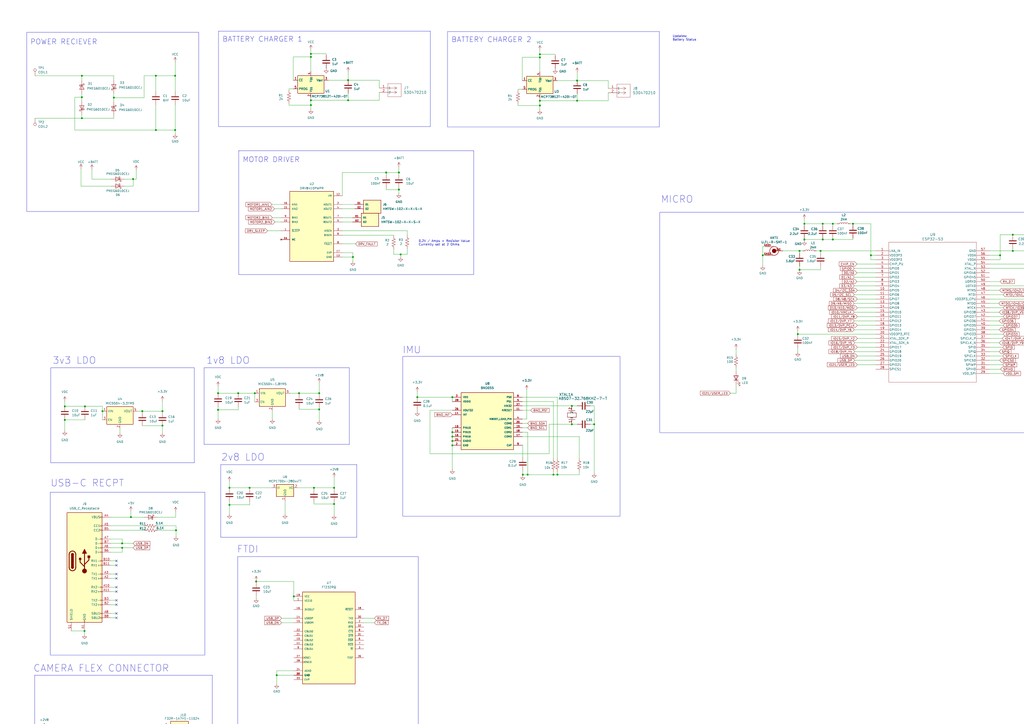
<source format=kicad_sch>
(kicad_sch (version 20230121) (generator eeschema)
  (paper "A2")
  (title_block (title "VineRobot Gen2 Outer Board Sense + Power"))
  (junction (at 83.82 489.966))
  (junction (at 96.774 531.876))
  (junction (at 231.394 109.982))
  (junction (at 66.04 56.642))
  (junction (at 144.78 282.956))
  (junction (at 185.166 237.49))
  (junction (at 331.724 235.458))
  (junction (at 344.678 246.126))
  (junction (at 96.774 507.492))
  (junction (at 85.598 519.43))
  (junction (at 170.434 345.948))
  (junction (at 185.166 228.092))
  (junction (at 55.118 517.652))
  (junction (at 138.176 228.092))
  (junction (at 638.556 153.924))
  (junction (at 483.108 129.794))
  (junction (at 204.724 149.098))
  (junction (at 334.772 58.42))
  (junction (at 587.502 145.542))
  (junction (at 180.34 60.96))
  (junction (at 47.498 43.942))
  (junction (at 126.492 237.744))
  (junction (at 133.096 292.862))
  (junction (at 610.362 145.542))
  (junction (at 306.07 275.336))
  (junction (at 182.118 282.956))
  (junction (at 201.93 46.482))
  (junction (at 196.342 489.712))
  (junction (at 101.6 43.942))
  (junction (at 505.206 148.082))
  (junction (at 180.34 58.166))
  (junction (at 477.266 138.938))
  (junction (at 348.488 498.094))
  (junction (at 262.382 230.378))
  (junction (at 313.182 31.496))
  (junction (at 70.866 315.214))
  (junction (at 232.41 147.574))
  (junction (at 47.498 56.388))
  (junction (at 321.056 275.336))
  (junction (at 102.108 307.594))
  (junction (at 193.802 282.956))
  (junction (at 126.492 228.092))
  (junction (at 313.182 58.42))
  (junction (at 101.6 75.438))
  (junction (at 70.866 317.754))
  (junction (at 334.772 46.736))
  (junction (at 49.022 366.014))
  (junction (at 160.528 391.668))
  (junction (at 313.182 33.274))
  (junction (at 610.362 136.144))
  (junction (at 193.802 292.354))
  (junction (at 242.062 230.378))
  (junction (at 262.382 255.778))
  (junction (at 231.394 100.076))
  (junction (at 75.946 299.974))
  (junction (at 331.724 246.126))
  (junction (at 180.34 33.02))
  (junction (at 47.498 517.652))
  (junction (at 224.028 100.076))
  (junction (at 580.136 148.082))
  (junction (at 82.55 238.506))
  (junction (at 628.396 210.82))
  (junction (at 71.628 481.33))
  (junction (at 49.276 235.712))
  (junction (at 25.654 428.498))
  (junction (at 355.346 505.714))
  (junction (at 37.592 235.712))
  (junction (at 463.804 156.464))
  (junction (at 180.34 31.242))
  (junction (at 657.606 188.214))
  (junction (at 475.996 145.542))
  (junction (at 201.93 58.166))
  (junction (at 90.424 75.438))
  (junction (at 323.342 275.336))
  (junction (at 262.382 250.698))
  (junction (at 37.592 243.586))
  (junction (at 466.598 138.938))
  (junction (at 313.182 61.214))
  (junction (at 148.59 337.312))
  (junction (at 462.788 193.802))
  (junction (at 47.498 68.58))
  (junction (at 303.276 275.336))
  (junction (at 638.556 145.796))
  (junction (at 657.606 197.866))
  (junction (at 83.82 481.33))
  (junction (at 442.468 148.082))
  (junction (at 77.216 103.886))
  (junction (at 94.234 246.888))
  (junction (at 90.424 43.942))
  (junction (at 598.932 136.144))
  (junction (at 147.828 228.092))
  (junction (at 173.482 228.092))
  (junction (at 587.502 136.144))
  (junction (at 94.234 238.506))
  (junction (at 494.792 129.794))
  (junction (at 598.932 145.542))
  (junction (at 361.95 508.254))
  (junction (at 85.598 507.492))
  (junction (at 262.382 258.318))
  (junction (at 483.108 138.938))
  (junction (at 59.436 238.506))
  (junction (at 619.76 177.8))
  (junction (at 477.266 129.794))
  (junction (at 466.598 129.794))
  (junction (at 262.382 253.238))
  (junction (at 133.096 282.956))
  (junction (at 463.804 145.542))
  (junction (at 85.598 531.876))
  (no_connect (at 67.564 325.374))
  (no_connect (at 67.564 335.534))
  (no_connect (at 67.564 327.914))
  (no_connect (at 67.564 355.854))
  (no_connect (at 67.564 348.234))
  (no_connect (at 67.564 343.154))
  (no_connect (at 175.006 492.252))
  (no_connect (at 67.564 358.394))
  (no_connect (at 67.564 350.774))
  (no_connect (at 67.564 332.994))
  (no_connect (at 67.564 340.614))
  (no_connect (at 175.006 494.792))
  (wire (pts (xy 442.468 148.082) (xy 442.468 154.178)))
  (wire (pts (xy 82.042 448.818) (xy 93.98 448.818)))
  (wire (pts (xy 180.34 63.5) (xy 180.34 60.96)))
  (wire (pts (xy 318.516 263.144) (xy 318.516 246.126)))
  (wire (pts (xy 224.028 109.982) (xy 231.394 109.982)))
  (wire (pts (xy 580.39 214.122) (xy 574.04 214.122)))
  (wire (pts (xy 224.028 108.966) (xy 224.028 109.982)))
  (wire (pts (xy 335.788 505.714) (xy 355.346 505.714)))
  (wire (pts (xy 348.488 495.046) (xy 348.488 498.094)))
  (wire (pts (xy 205.74 118.618) (xy 198.628 118.618)))
  (wire (pts (xy 638.556 153.924) (xy 638.556 153.416)))
  (wire (pts (xy 180.34 33.02) (xy 180.34 41.402)))
  (wire (pts (xy 581.66 211.582) (xy 574.04 211.582)))
  (wire (pts (xy 163.322 361.188) (xy 170.434 361.188)))
  (wire (pts (xy 574.04 148.082) (xy 580.136 148.082)))
  (wire (pts (xy 90.424 60.706) (xy 90.424 75.438)))
  (wire (pts (xy 303.276 275.844) (xy 303.276 275.336)))
  (wire (pts (xy 483.108 138.938) (xy 494.792 138.938)))
  (wire (pts (xy 77.216 107.95) (xy 77.216 103.886)))
  (wire (pts (xy 355.346 505.714) (xy 355.346 494.792)))
  (wire (pts (xy 37.592 235.712) (xy 49.276 235.712)))
  (wire (pts (xy 403.352 518.414) (xy 377.698 518.414)))
  (wire (pts (xy 303.276 275.336) (xy 306.07 275.336)))
  (wire (pts (xy 47.498 46.736) (xy 47.498 43.942)))
  (wire (pts (xy 306.07 250.698) (xy 306.07 275.336)))
  (wire (pts (xy 81.28 474.218) (xy 93.98 474.218)))
  (wire (pts (xy 403.352 513.334) (xy 377.698 513.334)))
  (wire (pts (xy 162.052 521.208) (xy 163.576 521.208)))
  (wire (pts (xy 300.482 51.816) (xy 303.022 51.816)))
  (wire (pts (xy 403.352 508.254) (xy 377.444 508.254)))
  (wire (pts (xy 628.396 153.162) (xy 628.396 145.796)))
  (wire (pts (xy 657.606 145.796) (xy 657.606 144.272)))
  (wire (pts (xy 201.93 58.166) (xy 219.964 58.166)))
  (wire (pts (xy 369.824 498.094) (xy 348.488 498.094)))
  (wire (pts (xy 303.276 258.318) (xy 303.022 258.318)))
  (wire (pts (xy 612.648 227.584) (xy 618.236 227.584)))
  (wire (pts (xy 82.296 466.598) (xy 93.98 466.598)))
  (wire (pts (xy 334.772 58.42) (xy 313.182 58.42)))
  (wire (pts (xy 497.332 183.642) (xy 508 183.642)))
  (wire (pts (xy 426.974 228.092) (xy 426.974 223.012)))
  (wire (pts (xy 497.078 163.322) (xy 508 163.322)))
  (wire (pts (xy 581.914 178.562) (xy 574.04 178.562)))
  (wire (pts (xy 579.628 198.882) (xy 574.04 198.882)))
  (wire (pts (xy 175.006 487.172) (xy 196.342 487.172)))
  (wire (pts (xy 101.854 296.672) (xy 101.854 299.974)))
  (wire (pts (xy 245.872 560.324) (xy 251.968 560.324)))
  (wire (pts (xy 610.362 146.812) (xy 610.362 145.542)))
  (wire (pts (xy 462.788 201.93) (xy 462.788 204.216)))
  (wire (pts (xy 466.598 138.938) (xy 466.598 138.43)))
  (wire (pts (xy 231.394 96.774) (xy 231.394 100.076)))
  (wire (pts (xy 67.564 325.374) (xy 64.262 325.374)))
  (wire (pts (xy 262.382 248.158) (xy 262.382 250.698)))
  (wire (pts (xy 612.648 225.044) (xy 618.236 225.044)))
  (wire (pts (xy 628.396 145.796) (xy 638.556 145.796)))
  (wire (pts (xy 51.816 423.926) (xy 51.816 423.418)))
  (wire (pts (xy 331.724 246.126) (xy 334.772 246.126)))
  (wire (pts (xy 67.564 327.914) (xy 64.262 327.914)))
  (wire (pts (xy 45.212 456.438) (xy 93.98 456.438)))
  (wire (pts (xy 185.166 221.996) (xy 185.166 228.092)))
  (wire (pts (xy 44.958 447.294) (xy 44.958 448.564)))
  (wire (pts (xy 47.498 68.58) (xy 66.04 68.58)))
  (wire (pts (xy 495.554 191.262) (xy 508 191.262)))
  (wire (pts (xy 45.212 533.146) (xy 45.212 533.4)))
  (wire (pts (xy 645.668 210.82) (xy 628.396 210.82)))
  (wire (pts (xy 344.678 274.574) (xy 344.678 246.126)))
  (wire (pts (xy 334.772 46.736) (xy 334.772 41.91)))
  (wire (pts (xy 37.592 232.664) (xy 37.592 235.712)))
  (wire (pts (xy 77.216 103.886) (xy 72.136 103.886)))
  (wire (pts (xy 85.598 531.876) (xy 96.774 531.876)))
  (wire (pts (xy 323.342 265.938) (xy 323.342 230.378)))
  (wire (pts (xy 581.406 196.342) (xy 574.04 196.342)))
  (wire (pts (xy 90.424 53.086) (xy 90.424 43.942)))
  (wire (pts (xy 306.07 275.336) (xy 321.056 275.336)))
  (wire (pts (xy 20.32 68.834) (xy 20.32 68.58)))
  (wire (pts (xy 144.78 292.862) (xy 133.096 292.862)))
  (wire (pts (xy 96.774 531.876) (xy 108.966 531.876)))
  (wire (pts (xy 83.566 305.054) (xy 64.262 305.054)))
  (wire (pts (xy 170.18 33.02) (xy 170.18 46.482)))
  (wire (pts (xy 508 150.622) (xy 505.206 150.622)))
  (wire (pts (xy 497.332 201.422) (xy 508 201.422)))
  (wire (pts (xy 649.986 186.436) (xy 649.986 197.866)))
  (wire (pts (xy 82.042 441.198) (xy 93.98 441.198)))
  (wire (pts (xy 67.564 355.854) (xy 64.262 355.854)))
  (wire (pts (xy 182.118 292.354) (xy 193.802 292.354)))
  (wire (pts (xy 508 206.502) (xy 497.332 206.502)))
  (wire (pts (xy 43.434 56.388) (xy 47.498 56.388)))
  (wire (pts (xy 47.498 43.942) (xy 66.04 43.942)))
  (wire (pts (xy 580.136 136.144) (xy 587.502 136.144)))
  (wire (pts (xy 619.76 177.8) (xy 619.76 179.07)))
  (wire (pts (xy 148.59 347.218) (xy 148.59 345.694)))
  (wire (pts (xy 475.996 146.812) (xy 475.996 145.542)))
  (wire (pts (xy 262.382 255.778) (xy 262.382 258.318)))
  (wire (pts (xy 483.108 129.794) (xy 485.648 129.794)))
  (wire (pts (xy 495.808 198.882) (xy 508 198.882)))
  (wire (pts (xy 173.482 228.092) (xy 185.166 228.092)))
  (wire (pts (xy 193.802 282.956) (xy 193.802 283.718)))
  (wire (pts (xy 313.182 33.274) (xy 313.182 41.656)))
  (wire (pts (xy 66.04 68.58) (xy 66.04 66.802)))
  (wire (pts (xy 101.6 60.706) (xy 101.6 75.438)))
  (wire (pts (xy 90.424 43.942) (xy 83.566 43.942)))
  (wire (pts (xy 494.792 138.938) (xy 494.792 138.176)))
  (wire (pts (xy 370.078 518.414) (xy 334.772 518.414)))
  (wire (pts (xy 91.44 307.594) (xy 102.108 307.594)))
  (wire (pts (xy 138.176 228.346) (xy 138.176 228.092)))
  (wire (pts (xy 93.98 481.33) (xy 93.98 479.298)))
  (wire (pts (xy 47.498 56.388) (xy 47.498 58.674)))
  (wire (pts (xy 313.182 61.214) (xy 313.182 58.42)))
  (wire (pts (xy 47.498 56.388) (xy 47.498 54.356)))
  (wire (pts (xy 193.802 276.86) (xy 193.802 282.956)))
  (wire (pts (xy 64.516 103.886) (xy 53.34 103.886)))
  (wire (pts (xy 231.394 109.982) (xy 231.394 112.268)))
  (wire (pts (xy 628.396 210.312) (xy 628.396 210.82)))
  (wire (pts (xy 90.424 43.942) (xy 101.6 43.942)))
  (wire (pts (xy 47.498 66.294) (xy 47.498 68.58)))
  (wire (pts (xy 85.598 529.082) (xy 85.598 531.876)))
  (wire (pts (xy 334.772 54.356) (xy 334.772 58.42)))
  (wire (pts (xy 81.788 519.43) (xy 85.598 519.43)))
  (wire (pts (xy 165.354 298.196) (xy 165.354 290.576)))
  (wire (pts (xy 83.566 43.942) (xy 83.566 56.642)))
  (wire (pts (xy 307.848 237.998) (xy 303.022 237.998)))
  (wire (pts (xy 133.096 292.862) (xy 133.096 291.084)))
  (wire (pts (xy 64.516 107.95) (xy 46.99 107.95)))
  (wire (pts (xy 85.598 534.162) (xy 85.598 531.876)))
  (wire (pts (xy 85.598 519.43) (xy 85.598 521.462)))
  (wire (pts (xy 475.996 156.464) (xy 463.804 156.464)))
  (wire (pts (xy 370.078 513.334) (xy 334.772 513.334)))
  (wire (pts (xy 83.82 481.33) (xy 93.98 481.33)))
  (wire (pts (xy 300.482 60.198) (xy 300.482 61.214)))
  (wire (pts (xy 574.04 173.482) (xy 615.696 173.482)))
  (wire (pts (xy 126.492 228.092) (xy 138.176 228.092)))
  (wire (pts (xy 204.724 149.098) (xy 198.628 149.098)))
  (wire (pts (xy 201.93 54.102) (xy 201.93 58.166)))
  (wire (pts (xy 69.596 251.206) (xy 69.596 248.666)))
  (wire (pts (xy 108.966 531.876) (xy 108.966 523.494)))
  (wire (pts (xy 55.118 517.652) (xy 55.118 516.382)))
  (wire (pts (xy 201.93 46.482) (xy 201.93 41.656)))
  (wire (pts (xy 71.628 481.33) (xy 83.82 481.33)))
  (wire (pts (xy 157.988 126.238) (xy 163.068 126.238)))
  (wire (pts (xy 442.468 143.002) (xy 442.468 148.082)))
  (wire (pts (xy 262.382 258.318) (xy 262.382 272.288)))
  (wire (pts (xy 49.276 243.586) (xy 37.592 243.586)))
  (wire (pts (xy 244.856 521.208) (xy 250.952 521.208)))
  (wire (pts (xy 85.598 507.492) (xy 85.598 508.254)))
  (wire (pts (xy 196.342 487.172) (xy 196.342 489.712)))
  (wire (pts (xy 344.678 235.458) (xy 344.678 246.126)))
  (wire (pts (xy 477.266 129.794) (xy 483.108 129.794)))
  (wire (pts (xy 219.964 58.166) (xy 219.964 53.594)))
  (wire (pts (xy 466.598 139.7) (xy 466.598 138.938)))
  (wire (pts (xy 306.07 248.158) (xy 303.022 248.158)))
  (wire (pts (xy 649.986 197.866) (xy 657.606 197.866)))
  (wire (pts (xy 637.54 167.132) (xy 628.65 167.132)))
  (wire (pts (xy 88.392 431.038) (xy 93.98 431.038)))
  (wire (pts (xy 581.914 193.802) (xy 574.04 193.802)))
  (wire (pts (xy 638.556 154.432) (xy 638.556 153.924)))
  (wire (pts (xy 204.724 146.558) (xy 204.724 149.098)))
  (wire (pts (xy 190.5 46.482) (xy 201.93 46.482)))
  (wire (pts (xy 56.896 443.738) (xy 93.98 443.738)))
  (wire (pts (xy 80.01 433.578) (xy 93.98 433.578)))
  (wire (pts (xy 505.206 129.794) (xy 505.206 148.082)))
  (wire (pts (xy 494.792 129.794) (xy 494.792 130.556)))
  (wire (pts (xy 495.554 176.022) (xy 508 176.022)))
  (wire (pts (xy 94.234 232.41) (xy 94.234 238.506)))
  (wire (pts (xy 466.598 127) (xy 466.598 129.794)))
  (wire (pts (xy 638.556 145.796) (xy 649.986 145.796)))
  (wire (pts (xy 78.994 98.552) (xy 78.994 103.886)))
  (wire (pts (xy 344.678 235.458) (xy 342.392 235.458)))
  (wire (pts (xy 25.654 430.784) (xy 25.654 428.498)))
  (wire (pts (xy 41.402 366.014) (xy 49.022 366.014)))
  (wire (pts (xy 64.262 317.754) (xy 70.866 317.754)))
  (wire (pts (xy 473.456 145.542) (xy 475.996 145.542)))
  (wire (pts (xy 55.118 506.984) (xy 55.118 508.762)))
  (wire (pts (xy 82.55 238.506) (xy 94.234 238.506)))
  (wire (pts (xy 581.914 216.662) (xy 574.04 216.662)))
  (wire (pts (xy 133.096 282.956) (xy 133.096 283.464)))
  (wire (pts (xy 334.772 508.254) (xy 361.95 508.254)))
  (wire (pts (xy 163.322 358.648) (xy 170.434 358.648)))
  (wire (pts (xy 426.974 213.36) (xy 426.974 215.392)))
  (wire (pts (xy 336.042 273.558) (xy 336.042 275.336)))
  (wire (pts (xy 370.078 510.794) (xy 335.788 510.794)))
  (wire (pts (xy 497.332 173.482) (xy 508 173.482)))
  (wire (pts (xy 47.498 517.652) (xy 47.498 519.43)))
  (wire (pts (xy 198.628 136.398) (xy 228.346 136.398)))
  (wire (pts (xy 144.78 291.084) (xy 144.78 292.862)))
  (wire (pts (xy 133.096 282.956) (xy 144.78 282.956)))
  (wire (pts (xy 170.18 33.02) (xy 180.34 33.02)))
  (wire (pts (xy 85.598 515.874) (xy 85.598 519.43)))
  (wire (pts (xy 579.628 191.262) (xy 574.04 191.262)))
  (wire (pts (xy 66.04 43.942) (xy 66.04 46.482)))
  (wire (pts (xy 185.166 237.49) (xy 185.166 236.474)))
  (wire (pts (xy 463.804 156.464) (xy 463.804 156.972)))
  (wire (pts (xy 157.988 243.078) (xy 157.988 238.252)))
  (wire (pts (xy 80.772 451.358) (xy 93.98 451.358)))
  (wire (pts (xy 323.342 273.558) (xy 323.342 275.336)))
  (wire (pts (xy 217.17 358.648) (xy 211.074 358.648)))
  (wire (pts (xy 574.04 165.862) (xy 604.012 165.862)))
  (wire (pts (xy 574.04 150.622) (xy 580.136 150.622)))
  (wire (pts (xy 334.772 46.736) (xy 352.806 46.736)))
  (wire (pts (xy 64.262 307.594) (xy 83.82 307.594)))
  (wire (pts (xy 193.802 298.704) (xy 193.802 292.354)))
  (wire (pts (xy 224.028 100.076) (xy 231.394 100.076)))
  (wire (pts (xy 303.022 33.274) (xy 303.022 46.736)))
  (wire (pts (xy 48.26 446.278) (xy 93.98 446.278)))
  (wire (pts (xy 483.108 130.81) (xy 483.108 129.794)))
  (wire (pts (xy 66.04 56.642) (xy 83.566 56.642)))
  (wire (pts (xy 475.996 145.542) (xy 508 145.542)))
  (wire (pts (xy 201.93 46.482) (xy 219.964 46.482)))
  (wire (pts (xy 82.042 436.118) (xy 93.98 436.118)))
  (wire (pts (xy 642.874 144.272) (xy 642.874 153.924)))
  (wire (pts (xy 581.914 170.942) (xy 574.04 170.942)))
  (wire (pts (xy 579.882 209.042) (xy 574.04 209.042)))
  (wire (pts (xy 497.078 153.162) (xy 508 153.162)))
  (wire (pts (xy 495.554 160.782) (xy 508 160.782)))
  (wire (pts (xy 126.492 228.346) (xy 126.492 228.092)))
  (wire (pts (xy 495.554 170.942) (xy 508 170.942)))
  (wire (pts (xy 657.606 198.374) (xy 657.606 197.866)))
  (wire (pts (xy 82.55 238.506) (xy 82.55 239.268)))
  (wire (pts (xy 138.176 228.092) (xy 147.828 228.092)))
  (wire (pts (xy 405.13 510.794) (xy 377.698 510.794)))
  (wire (pts (xy 37.592 243.586) (xy 37.592 249.936)))
  (wire (pts (xy 219.964 46.482) (xy 219.964 51.054)))
  (wire (pts (xy 155.194 133.858) (xy 163.068 133.858)))
  (wire (pts (xy 148.59 337.312) (xy 148.59 338.074)))
  (wire (pts (xy 170.434 337.312) (xy 148.59 337.312)))
  (wire (pts (xy 262.382 237.998) (xy 249.428 237.998)))
  (wire (pts (xy 403.352 503.174) (xy 377.444 503.174)))
  (wire (pts (xy 642.874 153.924) (xy 638.556 153.924)))
  (wire (pts (xy 321.056 265.938) (xy 321.056 232.918)))
  (wire (pts (xy 25.654 428.498) (xy 30.988 428.498)))
  (wire (pts (xy 497.332 188.722) (xy 508 188.722)))
  (wire (pts (xy 70.866 312.674) (xy 70.866 315.214)))
  (wire (pts (xy 67.31 481.33) (xy 71.628 481.33)))
  (wire (pts (xy 249.428 263.144) (xy 318.516 263.144)))
  (wire (pts (xy 610.362 136.144) (xy 610.362 136.906)))
  (wire (pts (xy 126.492 237.744) (xy 126.492 235.966)))
  (wire (pts (xy 619.76 176.53) (xy 619.76 177.8)))
  (wire (pts (xy 579.628 181.102) (xy 574.04 181.102)))
  (wire (pts (xy 147.828 228.092) (xy 147.828 233.172)))
  (wire (pts (xy 251.968 551.942) (xy 251.968 552.704)))
  (wire (pts (xy 493.268 129.794) (xy 494.792 129.794)))
  (wire (pts (xy 71.628 489.966) (xy 83.82 489.966)))
  (wire (pts (xy 497.332 178.562) (xy 508 178.562)))
  (wire (pts (xy 331.724 246.126) (xy 331.724 245.872)))
  (wire (pts (xy 167.64 60.96) (xy 180.34 60.96)))
  (wire (pts (xy 204.47 126.238) (xy 198.628 126.238)))
  (wire (pts (xy 587.502 136.144) (xy 587.502 136.652)))
  (wire (pts (xy 369.824 503.174) (xy 334.518 503.174)))
  (wire (pts (xy 581.914 188.722) (xy 574.04 188.722)))
  (wire (pts (xy 612.648 219.964) (xy 618.236 219.964)))
  (wire (pts (xy 185.166 243.84) (xy 185.166 237.49)))
  (wire (pts (xy 442.468 143.002) (xy 443.992 143.002)))
  (wire (pts (xy 45.212 476.758) (xy 93.98 476.758)))
  (wire (pts (xy 83.82 488.95) (xy 83.82 489.966)))
  (wire (pts (xy 101.6 75.438) (xy 90.424 75.438)))
  (wire (pts (xy 53.34 103.886) (xy 53.34 98.044)))
  (wire (pts (xy 25.654 422.148) (xy 25.654 428.498)))
  (wire (pts (xy 495.554 165.862) (xy 508 165.862)))
  (wire (pts (xy 581.66 206.502) (xy 574.04 206.502)))
  (wire (pts (xy 43.434 75.438) (xy 90.424 75.438)))
  (wire (pts (xy 303.276 272.796) (xy 303.276 275.336)))
  (wire (pts (xy 477.266 130.81) (xy 477.266 129.794)))
  (wire (pts (xy 168.148 228.092) (xy 173.482 228.092)))
  (wire (pts (xy 361.95 482.092) (xy 361.95 487.172)))
  (wire (pts (xy 67.564 335.534) (xy 64.262 335.534)))
  (wire (pts (xy 70.866 315.214) (xy 64.262 315.214)))
  (wire (pts (xy 126.492 224.028) (xy 126.492 228.092)))
  (wire (pts (xy 508 209.042) (xy 495.808 209.042)))
  (wire (pts (xy 303.022 250.698) (xy 306.07 250.698)))
  (wire (pts (xy 579.374 176.022) (xy 574.04 176.022)))
  (wire (pts (xy 637.54 167.132) (xy 637.54 188.214)))
  (wire (pts (xy 167.64 52.324) (xy 167.64 51.562)))
  (wire (pts (xy 224.028 100.076) (xy 224.028 101.346)))
  (wire (pts (xy 126.492 243.078) (xy 126.492 237.744)))
  (wire (pts (xy 477.266 138.938) (xy 483.108 138.938)))
  (wire (pts (xy 47.498 506.984) (xy 47.498 508.762)))
  (wire (pts (xy 581.66 201.422) (xy 574.04 201.422)))
  (wire (pts (xy 88.392 425.958) (xy 93.98 425.958)))
  (wire (pts (xy 201.93 58.166) (xy 180.34 58.166)))
  (wire (pts (xy 331.724 235.458) (xy 331.724 235.712)))
  (wire (pts (xy 67.564 343.154) (xy 64.262 343.154)))
  (wire (pts (xy 303.276 265.176) (xy 303.276 258.318)))
  (wire (pts (xy 598.932 136.144) (xy 610.362 136.144)))
  (wire (pts (xy 611.632 165.862) (xy 614.426 165.862)))
  (wire (pts (xy 495.554 186.182) (xy 508 186.182)))
  (wire (pts (xy 508 193.802) (xy 462.788 193.802)))
  (wire (pts (xy 369.824 505.714) (xy 355.346 505.714)))
  (wire (pts (xy 83.82 489.966) (xy 83.82 490.982)))
  (wire (pts (xy 173.482 237.49) (xy 173.482 236.474)))
  (wire (pts (xy 242.062 238.76) (xy 242.062 237.998)))
  (wire (pts (xy 96.774 523.494) (xy 96.774 531.876)))
  (wire (pts (xy 579.882 168.402) (xy 574.04 168.402)))
  (wire (pts (xy 303.022 235.458) (xy 331.724 235.458)))
  (wire (pts (xy 598.932 145.542) (xy 610.362 145.542)))
  (wire (pts (xy 495.554 155.702) (xy 508 155.702)))
  (wire (pts (xy 204.47 128.778) (xy 198.628 128.778)))
  (wire (pts (xy 313.182 31.496) (xy 322.072 31.496)))
  (wire (pts (xy 96.774 507.492) (xy 108.966 507.492)))
  (wire (pts (xy 477.266 129.794) (xy 466.598 129.794)))
  (wire (pts (xy 45.212 481.076) (xy 45.212 476.758)))
  (wire (pts (xy 475.996 156.464) (xy 475.996 154.432)))
  (wire (pts (xy 20.32 68.58) (xy 47.498 68.58)))
  (wire (pts (xy 581.914 183.642) (xy 574.04 183.642)))
  (wire (pts (xy 610.362 144.526) (xy 610.362 145.542)))
  (wire (pts (xy 462.788 193.802) (xy 462.788 194.31)))
  (wire (pts (xy 101.854 299.974) (xy 91.186 299.974)))
  (wire (pts (xy 242.062 230.378) (xy 242.062 227.076)))
  (wire (pts (xy 198.628 146.558) (xy 204.724 146.558)))
  (wire (pts (xy 505.206 150.622) (xy 505.206 148.082)))
  (wire (pts (xy 612.648 222.504) (xy 618.236 222.504)))
  (wire (pts (xy 79.756 238.506) (xy 82.55 238.506)))
  (wire (pts (xy 262.382 250.698) (xy 262.382 253.238)))
  (wire (pts (xy 598.932 144.526) (xy 598.932 145.542)))
  (wire (pts (xy 405.13 515.874) (xy 377.698 515.874)))
  (wire (pts (xy 454.152 145.542) (xy 463.804 145.542)))
  (wire (pts (xy 206.248 141.478) (xy 198.628 141.478)))
  (wire (pts (xy 170.434 345.948) (xy 170.434 348.488)))
  (wire (pts (xy 196.342 489.712) (xy 196.342 492.76)))
  (wire (pts (xy 495.554 181.102) (xy 508 181.102)))
  (wire (pts (xy 505.206 148.082) (xy 508 148.082)))
  (wire (pts (xy 404.876 500.634) (xy 377.444 500.634)))
  (wire (pts (xy 580.136 136.144) (xy 580.136 148.082)))
  (wire (pts (xy 175.006 484.632) (xy 209.042 484.632)))
  (wire (pts (xy 67.564 348.234) (xy 64.262 348.234)))
  (wire (pts (xy 43.434 75.438) (xy 43.434 56.388)))
  (wire (pts (xy 587.502 144.272) (xy 587.502 145.542)))
  (wire (pts (xy 497.332 168.402) (xy 508 168.402)))
  (wire (pts (xy 313.182 28.956) (xy 313.182 31.496)))
  (wire (pts (xy 180.34 31.242) (xy 180.34 33.02)))
  (wire (pts (xy 47.498 533.146) (xy 47.498 527.05)))
  (wire (pts (xy 75.946 299.974) (xy 64.262 299.974)))
  (wire (pts (xy 182.118 292.354) (xy 182.118 291.338)))
  (wire (pts (xy 182.118 282.956) (xy 193.802 282.956)))
  (wire (pts (xy 313.182 31.496) (xy 313.182 33.274)))
  (wire (pts (xy 615.696 177.8) (xy 619.76 177.8)))
  (wire (pts (xy 38.608 428.498) (xy 93.98 428.498)))
  (wire (pts (xy 138.176 235.966) (xy 138.176 237.744)))
  (wire (pts (xy 75.946 296.418) (xy 75.946 299.974)))
  (wire (pts (xy 81.026 464.058) (xy 93.98 464.058)))
  (wire (pts (xy 228.346 136.398) (xy 228.346 136.906)))
  (wire (pts (xy 66.04 56.642) (xy 66.04 54.102)))
  (wire (pts (xy 59.436 235.712) (xy 49.276 235.712)))
  (wire (pts (xy 198.628 100.076) (xy 198.628 113.538)))
  (wire (pts (xy 321.056 232.918) (xy 303.022 232.918)))
  (wire (pts (xy 628.396 210.82) (xy 628.396 214.884)))
  (wire (pts (xy 306.07 245.618) (xy 303.022 245.618)))
  (wire (pts (xy 81.026 458.978) (xy 93.98 458.978)))
  (wire (pts (xy 159.258 121.158) (xy 163.068 121.158)))
  (wire (pts (xy 64.262 320.294) (xy 70.866 320.294)))
  (wire (pts (xy 228.346 147.574) (xy 232.41 147.574)))
  (wire (pts (xy 55.118 536.448) (xy 55.118 527.05)))
  (wire (pts (xy 71.628 488.95) (xy 71.628 489.966)))
  (wire (pts (xy 645.668 212.598) (xy 645.668 210.82)))
  (wire (pts (xy 133.096 279.146) (xy 133.096 282.956)))
  (wire (pts (xy 48.26 442.976) (xy 48.26 446.278)))
  (wire (pts (xy 204.724 151.638) (xy 204.724 149.098)))
  (wire (pts (xy 101.6 35.814) (xy 101.6 43.942)))
  (wire (pts (xy 262.382 253.238) (xy 262.382 255.778)))
  (wire (pts (xy 334.772 235.458) (xy 331.724 235.458)))
  (wire (pts (xy 205.74 121.158) (xy 198.628 121.158)))
  (wire (pts (xy 574.04 145.542) (xy 587.502 145.542)))
  (wire (pts (xy 180.34 58.166) (xy 180.34 56.642)))
  (wire (pts (xy 619.76 186.69) (xy 619.76 188.976)))
  (wire (pts (xy 96.774 507.492) (xy 85.598 507.492)))
  (wire (pts (xy 160.528 391.668) (xy 160.528 396.748)))
  (wire (pts (xy 587.502 145.542) (xy 598.932 145.542)))
  (wire (pts (xy 160.528 389.128) (xy 160.528 391.668)))
  (wire (pts (xy 77.216 315.214) (xy 70.866 315.214)))
  (wire (pts (xy 167.64 59.944) (xy 167.64 60.96)))
  (wire (pts (xy 495.808 203.962) (xy 508 203.962)))
  (wire (pts (xy 657.606 189.738) (xy 657.606 188.214)))
  (wire (pts (xy 94.234 251.206) (xy 94.234 246.888)))
  (wire (pts (xy 148.59 336.804) (xy 148.59 337.312)))
  (wire (pts (xy 612.648 230.124) (xy 618.236 230.124)))
  (wire (pts (xy 67.564 358.394) (xy 64.262 358.394)))
  (wire (pts (xy 628.65 155.702) (xy 628.65 167.132)))
  (wire (pts (xy 587.502 136.144) (xy 598.932 136.144)))
  (wire (pts (xy 47.498 516.382) (xy 47.498 517.652)))
  (wire (pts (xy 323.342 275.336) (xy 336.042 275.336)))
  (wire (pts (xy 352.806 46.736) (xy 352.806 51.308)))
  (wire (pts (xy 336.042 253.238) (xy 336.042 265.938)))
  (wire (pts (xy 228.346 144.526) (xy 228.346 147.574)))
  (wire (pts (xy 369.824 500.634) (xy 335.534 500.634)))
  (wire (pts (xy 102.108 305.054) (xy 102.108 307.594)))
  (wire (pts (xy 67.564 350.774) (xy 64.262 350.774)))
  (wire (pts (xy 334.772 58.42) (xy 352.806 58.42)))
  (wire (pts (xy 321.056 275.336) (xy 323.342 275.336)))
  (wire (pts (xy 209.042 484.632) (xy 209.042 483.362)))
  (wire (pts (xy 244.856 533.908) (xy 250.698 533.908)))
  (wire (pts (xy 628.65 155.702) (xy 574.04 155.702)))
  (wire (pts (xy 361.95 508.254) (xy 361.95 494.792)))
  (wire (pts (xy 170.434 345.948) (xy 170.434 337.312)))
  (wire (pts (xy 59.436 238.506) (xy 59.436 235.712)))
  (wire (pts (xy 45.212 459.486) (xy 45.212 456.438)))
  (wire (pts (xy 249.428 237.998) (xy 249.428 263.144)))
  (wire (pts (xy 483.108 138.43) (xy 483.108 138.938)))
  (wire (pts (xy 56.896 442.976) (xy 56.896 443.738)))
  (wire (pts (xy 657.606 188.214) (xy 657.606 186.436)))
  (wire (pts (xy 615.696 173.482) (xy 615.696 177.8)))
  (wire (pts (xy 610.362 134.366) (xy 610.362 136.144)))
  (wire (pts (xy 423.672 228.092) (xy 426.974 228.092)))
  (wire (pts (xy 189.23 39.624) (xy 189.23 39.878)))
  (wire (pts (xy 85.598 505.714) (xy 85.598 507.492)))
  (wire (pts (xy 262.382 230.378) (xy 262.382 232.918)))
  (wire (pts (xy 108.966 515.874) (xy 108.966 507.492)))
  (wire (pts (xy 300.482 61.214) (xy 313.182 61.214)))
  (wire (pts (xy 44.958 438.658) (xy 93.98 438.658)))
  (wire (pts (xy 250.952 512.826) (xy 250.952 513.588)))
  (wire (pts (xy 160.528 391.668) (xy 170.434 391.668)))
  (wire (pts (xy 182.118 282.956) (xy 182.118 283.718)))
  (wire (pts (xy 348.488 498.094) (xy 334.518 498.094)))
  (wire (pts (xy 59.436 238.506) (xy 59.436 243.586)))
  (wire (pts (xy 180.34 31.242) (xy 189.23 31.242)))
  (wire (pts (xy 245.872 573.024) (xy 251.714 573.024)))
  (wire (pts (xy 144.78 282.956) (xy 144.78 283.464)))
  (wire (pts (xy 157.734 282.956) (xy 144.78 282.956)))
  (wire (pts (xy 322.072 31.496) (xy 322.072 32.258)))
  (wire (pts (xy 323.342 230.378) (xy 303.022 230.378)))
  (wire (pts (xy 579.628 186.182) (xy 574.04 186.182)))
  (wire (pts (xy 64.262 312.674) (xy 70.866 312.674)))
  (wire (pts (xy 463.804 146.812) (xy 463.804 145.542)))
  (wire (pts (xy 157.734 118.618) (xy 163.068 118.618)))
  (wire (pts (xy 83.566 299.974) (xy 75.946 299.974)))
  (wire (pts (xy 300.482 52.578) (xy 300.482 51.816)))
  (wire (pts (xy 657.606 188.214) (xy 637.54 188.214)))
  (wire (pts (xy 82.042 453.898) (xy 93.98 453.898)))
  (wire (pts (xy 462.788 191.77) (xy 462.788 193.802)))
  (wire (pts (xy 167.64 51.562) (xy 170.18 51.562)))
  (wire (pts (xy 70.866 320.294) (xy 70.866 317.754)))
  (wire (pts (xy 313.182 63.754) (xy 313.182 61.214)))
  (wire (pts (xy 185.166 228.092) (xy 185.166 228.854)))
  (wire (pts (xy 348.488 482.092) (xy 348.488 487.426)))
  (wire (pts (xy 198.628 100.076) (xy 224.028 100.076)))
  (wire (pts (xy 574.04 153.162) (xy 628.396 153.162)))
  (wire (pts (xy 426.974 202.184) (xy 426.974 205.74)))
  (wire (pts (xy 580.136 163.322) (xy 574.04 163.322)))
  (wire (pts (xy 37.592 243.332) (xy 37.592 243.586)))
  (wire (pts (xy 47.498 517.652) (xy 55.118 517.652)))
  (wire (pts (xy 657.606 144.272) (xy 642.874 144.272)))
  (wire (pts (xy 49.022 368.046) (xy 49.022 366.014)))
  (wire (pts (xy 66.04 59.182) (xy 66.04 56.642)))
  (wire (pts (xy 352.806 58.42) (xy 352.806 53.848)))
  (wire (pts (xy 236.22 133.858) (xy 236.22 136.652)))
  (wire (pts (xy 55.118 519.43) (xy 55.118 517.652)))
  (wire (pts (xy 67.564 340.614) (xy 64.262 340.614)))
  (wire (pts (xy 94.234 238.506) (xy 94.234 239.268)))
  (wire (pts (xy 49.276 243.586) (xy 49.276 243.332)))
  (wire (pts (xy 102.108 307.594) (xy 102.108 311.15)))
  (wire (pts (xy 91.186 305.054) (xy 102.108 305.054)))
  (wire (pts (xy 404.876 505.714) (xy 377.444 505.714)))
  (wire (pts (xy 101.6 43.942) (xy 101.6 53.086)))
  (wire (pts (xy 101.6 77.724) (xy 101.6 75.438)))
  (wire (pts (xy 180.34 28.702) (xy 180.34 31.242)))
  (wire (pts (xy 323.342 46.736) (xy 334.772 46.736)))
  (wire (pts (xy 189.23 31.242) (xy 189.23 32.004)))
  (wire (pts (xy 173.482 228.092) (xy 173.482 228.854)))
  (wire (pts (xy 20.32 43.942) (xy 47.498 43.942)))
  (wire (pts (xy 231.394 108.966) (xy 231.394 109.982)))
  (wire (pts (xy 72.136 107.95) (xy 77.216 107.95)))
  (wire (pts (xy 78.994 103.886) (xy 77.216 103.886)))
  (wire (pts (xy 232.41 147.574) (xy 232.41 149.098)))
  (wire (pts (xy 466.598 129.794) (xy 466.598 130.81)))
  (wire (pts (xy 82.296 461.518) (xy 93.98 461.518)))
  (wire (pts (xy 180.34 60.96) (xy 180.34 58.166)))
  (wire (pts (xy 236.22 144.272) (xy 236.22 147.574)))
  (wire (pts (xy 217.17 361.188) (xy 211.074 361.188)))
  (wire (pts (xy 172.974 282.956) (xy 182.118 282.956)))
  (wire (pts (xy 45.212 536.448) (xy 55.118 536.448)))
  (wire (pts (xy 56.388 481.33) (xy 59.69 481.33)))
  (wire (pts (xy 46.99 107.95) (xy 46.99 97.79)))
  (wire (pts (xy 657.606 197.866) (xy 657.606 197.358)))
  (wire (pts (xy 44.958 439.674) (xy 44.958 438.658)))
  (wire (pts (xy 579.628 203.962) (xy 574.04 203.962)))
  (wire (pts (xy 370.078 515.874) (xy 336.042 515.874)))
  (wire (pts (xy 477.266 138.43) (xy 477.266 138.938)))
  (wire (pts (xy 355.346 482.092) (xy 355.346 487.172)))
  (wire (pts (xy 465.836 145.542) (xy 463.804 145.542)))
  (wire (pts (xy 163.068 560.324) (xy 164.592 560.324)))
  (wire (pts (xy 645.668 221.996) (xy 645.668 220.218)))
  (wire (pts (xy 322.072 39.878) (xy 322.072 40.132)))
  (wire (pts (xy 133.096 298.196) (xy 133.096 292.862)))
  (wire (pts (xy 231.394 100.076) (xy 231.394 101.346)))
  (wire (pts (xy 466.598 138.938) (xy 477.266 138.938)))
  (wire (pts (xy 242.062 230.378) (xy 262.382 230.378)))
  (wire (pts (xy 67.564 332.994) (xy 64.262 332.994)))
  (wire (pts (xy 305.562 243.078) (xy 305.562 226.06)))
  (wire (pts (xy 303.022 243.078) (xy 305.562 243.078)))
  (wire (pts (xy 580.136 148.082) (xy 580.136 150.622)))
  (wire (pts (xy 173.482 237.49) (xy 185.166 237.49)))
  (wire (pts (xy 494.792 129.794) (xy 505.206 129.794)))
  (wire (pts (xy 497.078 158.242) (xy 508 158.242)))
  (wire (pts (xy 321.056 273.558) (xy 321.056 275.336)))
  (wire (pts (xy 25.654 441.706) (xy 25.654 438.404)))
  (wire (pts (xy 303.022 253.238) (xy 336.042 253.238)))
  (wire (pts (xy 170.434 389.128) (xy 160.528 389.128)))
  (wire (pts (xy 81.026 469.138) (xy 93.98 469.138)))
  (wire (pts (xy 313.182 58.42) (xy 313.182 56.896)))
  (wire (pts (xy 497.332 211.582) (xy 508 211.582)))
  (wire (pts (xy 175.006 489.712) (xy 196.342 489.712)))
  (wire (pts (xy 369.824 508.254) (xy 361.95 508.254)))
  (wire (pts (xy 51.816 423.418) (xy 93.98 423.418)))
  (wire (pts (xy 318.516 246.126) (xy 331.724 246.126)))
  (wire (pts (xy 56.388 481.33) (xy 56.388 480.568)))
  (wire (pts (xy 82.55 246.888) (xy 94.234 246.888)))
  (wire (pts (xy 232.41 147.574) (xy 236.22 147.574)))
  (wire (pts (xy 342.392 246.126) (xy 344.678 246.126)))
  (wire (pts (xy 598.932 136.144) (xy 598.932 136.906)))
  (wire (pts (xy 303.022 33.274) (xy 313.182 33.274)))
  (wire (pts (xy 628.396 242.316) (xy 628.396 240.284)))
  (wire (pts (xy 463.804 156.464) (xy 463.804 154.432)))
  (wire (pts (xy 497.332 196.342) (xy 508 196.342)))
  (wire (pts (xy 82.296 471.678) (xy 93.98 471.678)))
  (wire (pts (xy 138.176 237.744) (xy 126.492 237.744)))
  (wire (pts (xy 442.468 148.082) (xy 443.992 148.082)))
  (wire (pts (xy 96.774 515.874) (xy 96.774 507.492)))
  (wire (pts (xy 70.866 317.754) (xy 77.216 317.754)))
  (wire (pts (xy 193.802 292.354) (xy 193.802 291.338)))
  (wire (pts (xy 159.512 128.778) (xy 163.068 128.778)))
  (wire (pts (xy 403.352 498.094) (xy 377.444 498.094)))
  (wire (pts (xy 45.212 533.146) (xy 47.498 533.146)))
  (wire (pts (xy 198.628 133.858) (xy 236.22 133.858)))
  (rectangle (start 259.588 18.288) (end 382.524 73.66))
  (rectangle (start 382.778 123.19) (end 673.1 250.952))
  (rectangle (start 137.922 322.834) (end 242.57 421.132))
  (rectangle (start 141.986 454.66) (end 283.972 581.152))
  (rectangle (start 118.364 213.36) (end 202.692 257.81))
  (rectangle (start 29.464 213.36) (end 112.776 268.478))
  (rectangle (start 29.21 285.496) (end 118.872 379.984))
  (rectangle (start 233.68 206.756) (end 359.664 299.466))
  (rectangle (start 126.746 18.034) (end 249.682 73.406))
  (rectangle (start 15.494 18.796) (end 115.316 122.682))
  (rectangle (start 20.066 391.668) (end 123.19 556.006))
  (rectangle (start 138.43 87.376) (end 274.828 159.258))
  (rectangle (start 128.016 269.494) (end 207.01 311.658))
  (rectangle (start 316.23 460.756) (end 424.688 537.972))
  (text "CAMERA FLEX CONNECTOR\n" (at 19.304 390.144 0) (effects (font (size 4 4)) (justify left bottom)))
  (text "DEBUG + RESET" (at 141.478 452.374 0) (effects (font (size 4 4)) (justify left bottom)))
  (text "IMU" (at 233.426 205.486 0) (effects (font (size 4 4)) (justify left bottom)))
  (text "POWER RECIEVER" (at 17.526 26.162 0) (effects (font (size 3 3)) (justify left bottom)))
  (text "MICRO" (at 383.286 118.11 0) (effects (font (size 4 4)) (justify left bottom)))
  (text "RESET" (at 147.066 513.842 0) (effects (font (size 1.27 1.27)) (justify left bottom)))
  (text "1v8 LDO" (at 119.634 211.582 0) (effects (font (size 4 4)) (justify left bottom)))
  (text "USB-C RECPT" (at 29.21 282.702 0) (effects (font (size 4 4)) (justify left bottom)))
  (text "BOOT" (at 146.558 548.64 0) (effects (font (size 1.27 1.27)) (justify left bottom)))
  (text "MOTOR DRIVER" (at 140.716 94.488 0) (effects (font (size 3 3)) (justify left bottom)))
  (text "0.2V / Amps = Resistor Value\nCurrently set at 2 Ohms" (at 242.824 142.748 0) (effects (font (size 1.27 1.27)) (justify left bottom)))
  (text "BATTERY CHARGER 1" (at 129.032 24.638 0) (effects (font (size 3 3)) (justify left bottom)))
  (text "FTDI" (at 137.414 321.056 0) (effects (font (size 4 4)) (justify left bottom)))
  (text "BATTERY CHARGER 2" (at 261.874 24.892 0) (effects (font (size 3 3)) (justify left bottom)))
  (text "IO DEFINITION" (at 317.5 458.47 0) (effects (font (size 4 4)) (justify left bottom)))
  (text "Updates:\nBattery Status" (at 390.144 23.876 0) (effects (font (size 1.27 1.27)) (justify left bottom)))
  (text "2v8 LDO" (at 128.27 267.716 0) (effects (font (size 4 4)) (justify left bottom)))
  (text "3v3 LDO\n" (at 30.48 211.582 0) (effects (font (size 4 4)) (justify left bottom)))
  (global_label "MTDI{slash}IO41{slash}PDM_DATA" (shape input) (at 175.006 474.472 0) (property "Intersheetrefs" "${INTERSHEET_REFS}" (effects hide)))
  (global_label "D0{slash}A0" (shape input) (at 403.352 518.414 0) (property "Intersheetrefs" "${INTERSHEET_REFS}" (effects hide)))
  (global_label "D5{slash}I2C_SCL" (shape input) (at 495.554 170.942 180) (property "Intersheetrefs" "${INTERSHEET_REFS}" (effects hide)))
  (global_label "MTMS{slash}IO42{slash}PDM_CLK" (shape input) (at 579.882 168.402 0) (property "Intersheetrefs" "${INTERSHEET_REFS}" (effects hide)))
  (global_label "MTCK{slash}IO39{slash}CAM_SCL" (shape input) (at 175.006 479.552 0) (property "Intersheetrefs" "${INTERSHEET_REFS}" (effects hide)))
  (global_label "IO47{slash}DVP_HREF" (shape input) (at 581.406 196.342 0) (property "Intersheetrefs" "${INTERSHEET_REFS}" (effects hide)))
  (global_label "MTDO{slash}IO40{slash}CAM_SDA" (shape input) (at 175.006 477.012 0) (property "Intersheetrefs" "${INTERSHEET_REFS}" (effects hide)))
  (global_label "MTMS{slash}IO42{slash}PDM_CLK" (shape input) (at 175.006 471.932 0) (property "Intersheetrefs" "${INTERSHEET_REFS}" (effects hide)))
  (global_label "IO15{slash}DVP_Y2" (shape input) (at 82.296 466.598 180) (property "Intersheetrefs" "${INTERSHEET_REFS}" (effects hide)))
  (global_label "IO16{slash}DVP_Y5" (shape input) (at 495.808 198.882 180) (property "Intersheetrefs" "${INTERSHEET_REFS}" (effects hide)))
  (global_label "BNO_SDA" (shape input) (at 334.772 508.254 180) (property "Intersheetrefs" "${INTERSHEET_REFS}" (effects hide)))
  (global_label "USB_DN" (shape input) (at 497.332 206.502 180) (property "Intersheetrefs" "${INTERSHEET_REFS}" (effects hide)))
  (global_label "IO18{slash}DVP_Y4" (shape input) (at 495.808 203.962 180) (property "Intersheetrefs" "${INTERSHEET_REFS}" (effects hide)))
  (global_label "MOTOR2_BIN1" (shape input) (at 157.988 126.238 180) (property "Intersheetrefs" "${INTERSHEET_REFS}" (effects hide)))
  (global_label "IO16{slash}DVP_Y5" (shape input) (at 81.026 469.138 180) (property "Intersheetrefs" "${INTERSHEET_REFS}" (effects hide)))
  (global_label "MTDO{slash}IO40{slash}CAM_SDA" (shape input) (at 45.212 533.4 180) (property "Intersheetrefs" "${INTERSHEET_REFS}" (effects hide)))
  (global_label "SPIQ" (shape input) (at 579.628 203.962 0) (property "Intersheetrefs" "${INTERSHEET_REFS}" (effects hide)))
  (global_label "SPID" (shape input) (at 581.66 201.422 0) (property "Intersheetrefs" "${INTERSHEET_REFS}" (effects hide)))
  (global_label "MTCK{slash}IO39{slash}CAM_SCL" (shape input) (at 45.212 536.448 180) (property "Intersheetrefs" "${INTERSHEET_REFS}" (effects hide)))
  (global_label "MTCK{slash}IO39{slash}CAM_SCL" (shape input) (at 581.914 178.562 0) (property "Intersheetrefs" "${INTERSHEET_REFS}" (effects hide)))
  (global_label "GPIO35" (shape input) (at 581.914 188.722 0) (property "Intersheetrefs" "${INTERSHEET_REFS}" (effects hide)))
  (global_label "SPICLK" (shape input) (at 612.648 222.504 180) (property "Intersheetrefs" "${INTERSHEET_REFS}" (effects hide)))
  (global_label "BNO_INT" (shape input) (at 334.518 503.174 180) (property "Intersheetrefs" "${INTERSHEET_REFS}" (effects hide)))
  (global_label "BNO_INT" (shape input) (at 262.382 240.538 180) (property "Intersheetrefs" "${INTERSHEET_REFS}" (effects hide)))
  (global_label "IO21{slash}USER_LED" (shape input) (at 423.672 228.092 180) (property "Intersheetrefs" "${INTERSHEET_REFS}" (effects hide)))
  (global_label "IO17{slash}DVP_Y3" (shape input) (at 497.332 201.422 180) (property "Intersheetrefs" "${INTERSHEET_REFS}" (effects hide)))
  (global_label "USB_DP" (shape input) (at 77.216 317.754 0) (property "Intersheetrefs" "${INTERSHEET_REFS}" (effects hide)))
  (global_label "D4{slash}I2C_SDA" (shape input) (at 497.332 168.402 180) (property "Intersheetrefs" "${INTERSHEET_REFS}" (effects hide)))
  (global_label "GPIO36" (shape input) (at 579.628 186.182 0) (property "Intersheetrefs" "${INTERSHEET_REFS}" (effects hide)))
  (global_label "CHIP_EN" (shape input) (at 175.006 482.092 0) (property "Intersheetrefs" "${INTERSHEET_REFS}" (effects hide)))
  (global_label "MOTOR1_AIN1" (shape input) (at 335.788 510.794 180) (property "Intersheetrefs" "${INTERSHEET_REFS}" (effects hide)))
  (global_label "USB_DP" (shape input) (at 495.808 209.042 180) (property "Intersheetrefs" "${INTERSHEET_REFS}" (effects hide)))
  (global_label "SPICS0" (shape input) (at 579.882 209.042 0) (property "Intersheetrefs" "${INTERSHEET_REFS}" (effects hide)))
  (global_label "IO12{slash}DVP_Y7" (shape input) (at 81.026 458.978 180) (property "Intersheetrefs" "${INTERSHEET_REFS}" (effects hide)))
  (global_label "CAM_RESET" (shape input) (at 81.788 519.43 180) (property "Intersheetrefs" "${INTERSHEET_REFS}" (effects hide)))
  (global_label "BNO_SCL" (shape input) (at 306.07 248.158 0) (property "Intersheetrefs" "${INTERSHEET_REFS}" (effects hide)))
  (global_label "D8{slash}A8{slash}SCK" (shape input) (at 497.332 173.482 180) (property "Intersheetrefs" "${INTERSHEET_REFS}" (effects hide)))
  (global_label "GPIO36" (shape input) (at 404.876 500.634 0) (property "Intersheetrefs" "${INTERSHEET_REFS}" (effects hide)))
  (global_label "D3{slash}A3" (shape input) (at 405.13 510.794 0) (property "Intersheetrefs" "${INTERSHEET_REFS}" (effects hide)))
  (global_label "MTDO{slash}IO40{slash}CAM_SDA" (shape input) (at 88.392 425.958 180) (property "Intersheetrefs" "${INTERSHEET_REFS}" (effects hide)))
  (global_label "MOTOR2_BIN2" (shape input) (at 334.772 518.414 180) (property "Intersheetrefs" "${INTERSHEET_REFS}" (effects hide)))
  (global_label "SPICLK" (shape input) (at 581.66 206.502 0) (property "Intersheetrefs" "${INTERSHEET_REFS}" (effects hide)))
  (global_label "BNO_SDA" (shape input) (at 306.07 245.618 0) (property "Intersheetrefs" "${INTERSHEET_REFS}" (effects hide)))
  (global_label "D9{slash}A9{slash}MISO" (shape input) (at 495.554 176.022 180) (property "Intersheetrefs" "${INTERSHEET_REFS}" (effects hide)))
  (global_label "MOTOR1_AIN2" (shape input) (at 159.258 121.158 180) (property "Intersheetrefs" "${INTERSHEET_REFS}" (effects hide)))
  (global_label "SPIWP" (shape input) (at 612.648 230.124 180) (property "Intersheetrefs" "${INTERSHEET_REFS}" (effects hide)))
  (global_label "SPID" (shape input) (at 612.648 225.044 180) (property "Intersheetrefs" "${INTERSHEET_REFS}" (effects hide)))
  (global_label "CAM_RESET" (shape input) (at 80.01 433.578 180) (property "Intersheetrefs" "${INTERSHEET_REFS}" (effects hide)))
  (global_label "IO11{slash}DVP_Y8" (shape input) (at 82.042 453.898 180) (property "Intersheetrefs" "${INTERSHEET_REFS}" (effects hide)))
  (global_label "MOTOR1_AIN2" (shape input) (at 334.772 513.334 180) (property "Intersheetrefs" "${INTERSHEET_REFS}" (effects hide)))
  (global_label "MTDI{slash}IO41{slash}PDM_DATA" (shape input) (at 581.914 170.942 0) (property "Intersheetrefs" "${INTERSHEET_REFS}" (effects hide)))
  (global_label "D0{slash}A0" (shape input) (at 497.078 158.242 180) (property "Intersheetrefs" "${INTERSHEET_REFS}" (effects hide)))
  (global_label "IO38{slash}DVP_VSYNC" (shape input) (at 579.628 181.102 0) (property "Intersheetrefs" "${INTERSHEET_REFS}" (effects hide)))
  (global_label "IO48{slash}DVP_Y9" (shape input) (at 579.628 198.882 0) (property "Intersheetrefs" "${INTERSHEET_REFS}" (effects hide)))
  (global_label "SPICS0" (shape input) (at 612.648 219.964 180) (property "Intersheetrefs" "${INTERSHEET_REFS}" (effects hide)))
  (global_label "DRV_SLEEP" (shape input) (at 335.534 500.634 180) (property "Intersheetrefs" "${INTERSHEET_REFS}" (effects hide)))
  (global_label "GPIO37" (shape input) (at 581.914 183.642 0) (property "Intersheetrefs" "${INTERSHEET_REFS}" (effects hide)))
  (global_label "TX_D6" (shape input) (at 614.426 165.862 0) (property "Intersheetrefs" "${INTERSHEET_REFS}" (effects hide)))
  (global_label "IO21{slash}USER_LED" (shape input) (at 497.332 211.582 180) (property "Intersheetrefs" "${INTERSHEET_REFS}" (effects hide)))
  (global_label "MOTOR2_BIN2" (shape input) (at 159.512 128.778 180) (property "Intersheetrefs" "${INTERSHEET_REFS}" (effects hide)))
  (global_label "MOTOR2_BIN1" (shape input) (at 336.042 515.874 180) (property "Intersheetrefs" "${INTERSHEET_REFS}" (effects hide)))
  (global_label "BNO_RST" (shape input) (at 307.848 237.998 0) (property "Intersheetrefs" "${INTERSHEET_REFS}" (effects hide)))
  (global_label "D1{slash}A1" (shape input) (at 405.13 515.874 0) (property "Intersheetrefs" "${INTERSHEET_REFS}" (effects hide)))
  (global_label "SPIQ" (shape input) (at 612.648 227.584 180) (property "Intersheetrefs" "${INTERSHEET_REFS}" (effects hide)))
  (global_label "GPIO34" (shape input) (at 579.628 191.262 0) (property "Intersheetrefs" "${INTERSHEET_REFS}" (effects hide)))
  (global_label "GPIO33" (shape input) (at 581.914 193.802 0) (property "Intersheetrefs" "${INTERSHEET_REFS}" (effects hide)))
  (global_label "IO13{slash}DVP_PCLK" (shape input) (at 497.332 188.722 180) (property "Intersheetrefs" "${INTERSHEET_REFS}" (effects hide)))
  (global_label "DRV_FAULT" (shape input) (at 206.248 141.478 0) (property "Intersheetrefs" "${INTERSHEET_REFS}" (effects hide)))
  (global_label "CHIP_EN" (shape input) (at 162.052 521.208 180) (property "Intersheetrefs" "${INTERSHEET_REFS}" (effects hide)))
  (global_label "IO14{slash}DVP_Y6" (shape input) (at 495.554 191.262 180) (property "Intersheetrefs" "${INTERSHEET_REFS}" (effects hide)))
  (global_label "GPIO33" (shape input) (at 403.352 508.254 0) (property "Intersheetrefs" "${INTERSHEET_REFS}" (effects hide)))
  (global_label "DRV_FAULT" (shape input) (at 334.518 498.094 180) (property "Intersheetrefs" "${INTERSHEET_REFS}" (effects hide)))
  (global_label "SPIWP" (shape input) (at 581.66 211.582 0) (property "Intersheetrefs" "${INTERSHEET_REFS}" (effects hide)))
  (global_label "IO48{slash}DVP_Y9" (shape input) (at 82.042 448.818 180) (property "Intersheetrefs" "${INTERSHEET_REFS}" (effects hide)))
  (global_label "IO11{slash}DVP_Y8" (shape input) (at 497.332 183.642 180) (property "Intersheetrefs" "${INTERSHEET_REFS}" (effects hide)))
  (global_label "D10{slash}A10{slash}MOSI" (shape input) (at 497.332 178.562 180) (property "Intersheetrefs" "${INTERSHEET_REFS}" (effects hide)))
  (global_label "IO10{slash}XMCLK" (shape input) (at 80.772 451.358 180) (property "Intersheetrefs" "${INTERSHEET_REFS}" (effects hide)))
  (global_label "D2{slash}A2" (shape input) (at 497.078 163.322 180) (property "Intersheetrefs" "${INTERSHEET_REFS}" (effects hide)))
  (global_label "RX_D7" (shape input) (at 217.17 358.648 0) (property "Intersheetrefs" "${INTERSHEET_REFS}" (effects hide)))
  (global_label "IO18{slash}DVP_Y4" (shape input) (at 81.28 474.218 180) (property "Intersheetrefs" "${INTERSHEET_REFS}" (effects hide)))
  (global_label "USB_DN" (shape input) (at 77.216 315.214 0) (property "Intersheetrefs" "${INTERSHEET_REFS}" (effects hide)))
  (global_label "D3{slash}A3" (shape input) (at 495.554 165.862 180) (property "Intersheetrefs" "${INTERSHEET_REFS}" (effects hide)))
  (global_label "DRV_SLEEP" (shape input) (at 155.194 133.858 180) (property "Intersheetrefs" "${INTERSHEET_REFS}" (effects hide)))
  (global_label "TX_D6" (shape input) (at 217.17 361.188 0) (property "Intersheetrefs" "${INTERSHEET_REFS}" (effects hide)))
  (global_label "IO17{slash}DVP_Y3" (shape input) (at 82.296 471.678 180) (property "Intersheetrefs" "${INTERSHEET_REFS}" (effects hide)))
  (global_label "MOTOR1_AIN1" (shape input) (at 157.734 118.618 180) (property "Intersheetrefs" "${INTERSHEET_REFS}" (effects hide)))
  (global_label "GPIO0" (shape input) (at 163.068 560.324 180) (property "Intersheetrefs" "${INTERSHEET_REFS}" (effects hide)))
  (global_label "GPIO37" (shape input) (at 403.352 498.094 0) (property "Intersheetrefs" "${INTERSHEET_REFS}" (effects hide)))
  (global_label "SPIHD" (shape input) (at 580.39 214.122 0) (property "Intersheetrefs" "${INTERSHEET_REFS}" (effects hide)))
  (global_label "D2{slash}A2" (shape input) (at 403.352 513.334 0) (property "Intersheetrefs" "${INTERSHEET_REFS}" (effects hide)))
  (global_label "IO14{slash}DVP_Y6" (shape input) (at 81.026 464.058 180) (property "Intersheetrefs" "${INTERSHEET_REFS}" (effects hide)))
  (global_label "RX_D7" (shape input) (at 580.136 163.322 0) (property "Intersheetrefs" "${INTERSHEET_REFS}" (effects hide)))
  (global_label "IO12{slash}DVP_Y7" (shape input) (at 495.554 186.182 180) (property "Intersheetrefs" "${INTERSHEET_REFS}" (effects hide)))
  (global_label "IO38{slash}DVP_VSYNC" (shape input) (at 82.042 436.118 180) (property "Intersheetrefs" "${INTERSHEET_REFS}" (effects hide)))
  (global_label "IO15{slash}DVP_Y2" (shape input) (at 497.332 196.342 180) (property "Intersheetrefs" "${INTERSHEET_REFS}" (effects hide)))
  (global_label "IO10{slash}XMCLK" (shape input) (at 495.554 181.102 180) (property "Intersheetrefs" "${INTERSHEET_REFS}" (effects hide)))
  (global_label "GPIO0" (shape input) (at 495.554 155.702 180) (property "Intersheetrefs" "${INTERSHEET_REFS}" (effects hide)))
  (global_label "USB_DN" (shape input) (at 163.322 361.188 180) (property "Intersheetrefs" "${INTERSHEET_REFS}" (effects hide)))
  (global_label "USB_DP" (shape input) (at 163.322 358.648 180) (property "Intersheetrefs" "${INTERSHEET_REFS}" (effects hide)))
  (global_label "MTDO{slash}IO40{slash}CAM_SDA" (shape input) (at 579.374 176.022 0) (property "Intersheetrefs" "${INTERSHEET_REFS}" (effects hide)))
  (global_label "VDD_SPI" (shape input) (at 581.914 216.662 0) (property "Intersheetrefs" "${INTERSHEET_REFS}" (effects hide)))
  (global_label "CHIP_EN" (shape input) (at 497.078 153.162 180) (property "Intersheetrefs" "${INTERSHEET_REFS}" (effects hide)))
  (global_label "IO47{slash}DVP_HREF" (shape input) (at 82.042 441.198 180) (property "Intersheetrefs" "${INTERSHEET_REFS}" (effects hide)))
  (global_label "IO13{slash}DVP_PCLK" (shape input) (at 82.296 461.518 180) (property "Intersheetrefs" "${INTERSHEET_REFS}" (effects hide)))
  (global_label "D1{slash}A1" (shape input) (at 495.554 160.782 180) (property "Intersheetrefs" "${INTERSHEET_REFS}" (effects hide)))
  (global_label "GPIO35" (shape input) (at 403.352 503.174 0) (property "Intersheetrefs" "${INTERSHEET_REFS}" (effects hide)))
  (global_label "MTCK{slash}IO39{slash}CAM_SCL" (shape input) (at 88.392 431.038 180) (property "Intersheetrefs" "${INTERSHEET_REFS}" (effects hide)))
  (global_label "BNO_SCL" (shape input) (at 335.788 505.714 180) (property "Intersheetrefs" "${INTERSHEET_REFS}" (effects hide)))
  (global_label "GPIO34" (shape input) (at 404.876 505.714 0) (property "Intersheetrefs" "${INTERSHEET_REFS}" (effects hide)))
  (symbol (lib_id "power:+BATT") (at 231.394 96.774 0) (unit 1)
    (property "Reference" "#PWR012" (effects hide))
    (property "Value" "+BATT" (at 231.394 91.694 0))
  )
  (symbol (lib_id "Diode:PMEG6010CEJ") (at 47.498 50.546 270) (unit 1)
    (property "Reference" "D1" (at 52.324 48.514 90))
    (property "Value" "PMEG6010CEJ" (at 57.15 51.308 90))
    (property "Footprint" "Diode_SMD:D_SOD-323F" (effects hide))
    (property "Datasheet" "https://assets.nexperia.com/documents/data-sheet/PMEG6010CEH_PMEG6010CEJ.pdf" (effects hide))
    (property "Mfr" "Nexperia USA Inc." (effects hide))
    (property "Mfr P/N" "PMEG6010CEJ" (effects hide))
    (property "Price" "0.24000" (effects hide))
    (property "Purchase-URL" "https://www.digikey.com/en/products/detail/nexperia-usa-inc/PMEG6010CEJ-115/1301024" (effects hide))
    (property "Supplier 1" "Digikey" (effects hide))
    (property "Supplier 1 P/N" "1727-3882-1-ND" (effects hide))
  )
  (symbol (lib_id "power:+BATT") (at 334.772 41.91 0) (unit 1)
    (property "Reference" "#PWR018" (effects hide))
    (property "Value" "+BATT" (at 334.772 36.576 0))
  )
  (symbol (lib_id "Device:R_US") (at 323.342 269.748 0) (unit 1)
    (property "Reference" "R17" (at 325.374 268.478 0) (effects (justify left)))
    (property "Value" "10k" (at 325.374 271.018 0) (effects (justify left)))
    (property "Footprint" "Resistor_SMD:R_0201_0603Metric" (effects hide))
    (property "Mfr" "YAGEO" (effects hide))
    (property "Mfr P/N" "RC0201JR-0710KL" (effects hide))
    (property "Price" "0.0008" (effects hide))
    (property "Purchase-URL" "https://www.lcsc.com/product-detail/Chip-span-style-background-color-ff0-Resistor-span-Surface-Mount_YAGEO-RC0201JR-0710KL_C138117.html" (effects hide))
    (property "Supplier 1" "LCSC" (effects hide))
    (property "Supplier 1 P/N" "C138117" (effects hide))
  )
  (symbol (lib_id "53047-0210:530470210") (at 352.806 51.308 0) (unit 1)
    (property "Reference" "J8" (at 367.03 51.308 0) (effects (font (size 1.524 1.524)) (justify left)))
    (property "Value" "530470210" (at 367.03 53.848 0) (effects (font (size 1.524 1.524)) (justify left)))
    (property "Footprint" "CON_530470210_MOL" (effects hide))
    (property "Datasheet" "530470210" (effects hide))
    (property "Mfr" "MOLEX" (effects hide))
    (property "Mfr P/N" "530470210" (effects hide))
    (property "Price" "0.23000" (effects hide))
    (property "Purchase-URL" "https://www.digikey.com/en/products/detail/molex/0530470210/242853?s=N4IgTCBcDaIKwGYAMAWA7EsBGJIC6AvkA" (effects hide))
    (property "Supplier 1" "Digikey" (effects hide))
    (property "Supplier 1 P/N" "0530470210" (effects hide))
  )
  (symbol (lib_id "power:+1V8") (at 185.166 221.996 0) (unit 1)
    (property "Reference" "#PWR051" (effects hide))
    (property "Value" "+1V8" (at 185.166 217.678 0))
  )
  (symbol (lib_id "power:VDC") (at 126.492 224.028 0) (unit 1)
    (property "Reference" "#PWR042" (effects hide))
    (property "Value" "VDC" (at 126.492 218.694 0))
  )
  (symbol (lib_id "power:+5V") (at 75.946 296.418 0) (unit 1)
    (property "Reference" "#PWR034" (effects hide))
    (property "Value" "+5V" (at 75.946 291.846 0))
  )
  (symbol (lib_id "power:GND") (at 49.022 368.046 0) (unit 1)
    (property "Reference" "#PWR028" (effects hide))
    (property "Value" "GND" (at 49.022 373.126 0))
  )
  (symbol (lib_id "power:+3.3V") (at 466.598 127 0) (unit 1)
    (property "Reference" "#PWR074" (effects hide))
    (property "Value" "+3.3V" (at 466.598 121.666 0))
  )
  (symbol (lib_id "power:GND") (at 133.096 298.196 0) (unit 1)
    (property "Reference" "#PWR045" (effects hide))
    (property "Value" "GND" (at 133.096 303.276 0))
  )
  (symbol (lib_id "Battery_Management:MCP73812T-420I-OT") (at 180.34 49.022 0) (unit 1)
    (property "Reference" "U1" (at 189.992 52.832 0))
    (property "Value" "MCP73812T-420I-OT" (at 191.262 55.88 0))
    (property "Footprint" "Package_TO_SOT_SMD:SOT-23-5" (effects hide))
    (property "Datasheet" "http://ww1.microchip.com/downloads/en/DeviceDoc/22036b.pdf" (effects hide))
    (property "Mfr" "Microchip Tech" (effects hide))
    (property "Mfr P/N" "MCP73812T-420I/OT" (effects hide))
    (property "Price" "0.73000" (effects hide))
    (property "Purchase-URL" "https://www.digikey.com/en/products/detail/microchip-technology/MCP73812T-420I-OT/1626618?s=N4IgTCBcDaILIGEAKB2AzADgIxgCoFoAWMABgEkB6AeVxAF0BfIA" (effects hide))
    (property "Supplier 1" "Digikey" (effects hide))
    (property "Supplier 1 P/N" "MCP73812T-420I/OTCT-ND" (effects hide))
  )
  (symbol (lib_id "ESP32S3:ESP32-S3") (at 508 145.542 0) (unit 1)
    (property "Reference" "U9" (at 541.02 136.144 0) (effects (font (size 1.524 1.524))))
    (property "Value" "ESP32-S3" (at 541.02 138.684 0) (effects (font (size 1.524 1.524))))
    (property "Footprint" "QFN56_7X7_EXP" (effects hide))
    (property "Datasheet" "ESP32-S3" (effects hide))
    (property "Mfr" "Espressif Systems" (effects hide))
    (property "Mfr P/N" "ESP32-S3-WROOM-1-N8R2" (effects hide))
    (property "Price" "4.3420" (effects hide))
    (property "Purchase-URL" "https://www.lcsc.com/product-detail/WiFi-Modules_Espressif-Systems-ESP32-S3-WROOM-1-N8R2_C2913204.html" (effects hide))
    (property "Supplier 1" "LCSC" (effects hide))
    (property "Supplier 1 P/N" "C2913204" (effects hide))
  )
  (symbol (lib_id "Device:C") (at 338.582 246.126 90) (unit 1)
    (property "Reference" "C31" (at 341.884 243.586 90))
    (property "Value" "22pF" (at 342.138 249.682 90))
    (property "Footprint" "Capacitor_SMD:C_0201_0603Metric" (effects hide))
    (property "Mfr" "YAGEO" (effects hide))
    (property "Mfr P/N" "CC0201JRNPO8BN220" (effects hide))
    (property "Price" "0.001" (effects hide))
    (property "Purchase-URL" "https://www.lcsc.com/product-detail/Multilayer-Ceramic-Capacitors-MLCC-SMD-SMT_YAGEO-CC0201JRNPO8BN220_C526934.html" (effects hide))
    (property "Supplier 1" "LCSC" (effects hide))
    (property "Supplier 1 P/N" "C526934" (effects hide))
  )
  (symbol (lib_id "Device:R_US") (at 47.498 512.572 180) (unit 1)
    (property "Reference" "R6" (at 44.196 512.318 0))
    (property "Value" "0k" (at 44.196 514.35 0))
    (property "Footprint" "Resistor_SMD:R_0201_0603Metric" (effects hide))
    (property "Mfr" "YAGEO" (effects hide))
    (property "Mfr P/N" "RC0201FR-070RL" (effects hide))
    (property "Price" "0.0008" (effects hide))
    (property "Purchase-URL" "https://www.lcsc.com/product-detail/Chip-span-style-background-color-ff0-Resistor-span-Surface-Mount_YAGEO-RC0201FR-070RL_C106227.html" (effects hide))
    (property "Supplier 1" "LCSC" (effects hide))
    (property "Supplier 1 P/N" "C106227" (effects hide))
  )
  (symbol (lib_id "Device:R_US") (at 300.482 56.388 0) (unit 1)
    (property "Reference" "R4" (at 294.386 55.626 0) (effects (justify left)))
    (property "Value" "2k" (at 294.64 57.658 0) (effects (justify left)))
    (property "Footprint" "Resistor_SMD:R_0805_2012Metric" (effects hide))
    (property "Mfr" "YAGEO" (effects hide))
    (property "Mfr P/N" "RC0201FR-072KL" (effects hide))
    (property "Supplier 1" "Digikey" (effects hide))
    (property "Supplier 1 P/N" "YAG2280CT-ND" (effects hide))
    (property "Price" "0.10000" (effects hide))
    (property "Purchase-URL" "https://www.digikey.com/en/products/detail/yageo/RC0201FR-072KL/3202400?s=N4IgTCBcDaIEoGEAMYkEYBicC0SDsYA0gDIgC6AvkA" (effects hide))
  )
  (symbol (lib_id "HMTSW-102-X-X-S-X:HMTSW-102-X-X-S-X") (at 215.9 118.618 0) (unit 1)
    (property "Reference" "J6" (at 221.996 118.618 0) (effects (justify left)))
    (property "Value" "HMTSW-102-X-X-S-X" (at 221.996 121.158 0) (effects (justify left)))
    (property "Footprint" "HMTSW-102-X-X-S-X:SAMTEC_HMTSW-102-X-X-S-X" (effects hide))
    (property "MF" "Samtec" (effects hide))
    (property "Description" "\nConnector Unshrouded Header 2 Position 2.54mm Solder Straight Through Hole\n" (effects hide))
    (property "Package" "None" (effects hide))
    (property "Price" "0.18000" (effects hide))
    (property "Check_prices" "https://www.snapeda.com/parts/HMTSW-102-08-G-S-365/Samtec/view-part/?ref=eda" (effects hide))
    (property "STANDARD" "Manufacturer Recommendations" (effects hide))
    (property "PARTREV" "A" (effects hide))
    (property "SnapEDA_Link" "https://www.snapeda.com/parts/HMTSW-102-08-G-S-365/Samtec/view-part/?ref=snap" (effects hide))
    (property "MP" "HMTSW-102-08-G-S-365" (effects hide))
    (property "Availability" "In Stock" (effects hide))
    (property "MANUFACTURER" "Samtec" (effects hide))
    (property "Mfr" "Samtec" (effects hide))
    (property "Mfr P/N" "HTSW-102-07-T-S" (effects hide))
    (property "Purchase-URL" "https://www.digikey.com/en/products/detail/samtec-inc/HTSW-102-07-T-S/2664207" (effects hide))
    (property "Supplier 1" "Digikey" (effects hide))
    (property "Supplier 1 P/N" "SAM8921-ND" (effects hide))
  )
  (symbol (lib_id "Device:C") (at 101.6 56.896 0) (unit 1)
    (property "Reference" "C2" (at 105.664 55.626 0) (effects (justify left)))
    (property "Value" "10uF" (at 105.664 58.166 0) (effects (justify left)))
    (property "Footprint" "Capacitor_SMD:C_0805_2012Metric" (effects hide))
    (property "Mfr" "Samsung Electro-Mechanics" (effects hide))
    (property "Mfr P/N" "CL21A106KAYNNNE" (effects hide))
    (property "Price" "0.15000" (effects hide))
    (property "Purchase-URL" "https://www.digikey.com/en/products/detail/samsung-electro-mechanics/CL21A106KAYNNNE/3888549?s=N4IgTCBcDaIMIBkwEYCCyAMA2A0qgmgHLECiIAugL5A" (effects hide))
    (property "Supplier 1" "Digikey" (effects hide))
    (property "Supplier 1 P/N" "1276-2891-1-ND" (effects hide))
  )
  (symbol (lib_id "Device:C") (at 71.628 485.14 0) (unit 1)
    (property "Reference" "C12" (at 74.422 483.87 0) (effects (justify left)))
    (property "Value" "2.2uF" (at 74.422 486.41 0) (effects (justify left)))
    (property "Footprint" "Capacitor_SMD:C_0402_1005Metric" (effects hide))
    (property "Mfr" "YAGEO" (effects hide))
    (property "Mfr P/N" "CC0402KRX5R8BB225" (effects hide))
    (property "Price" "0.0286" (effects hide))
    (property "Purchase-URL" "https://www.lcsc.com/product-detail/Multilayer-Ceramic-Capacitors-MLCC-SMD-SMT_YAGEO-CC0402KRX5R8BB225_C723363.html" (effects hide))
    (property "Supplier 1" "LCSC" (effects hide))
    (property "Supplier 1 P/N" "C723363" (effects hide))
  )
  (symbol (lib_id "power:+3.3V") (at 610.362 134.366 0) (unit 1)
    (property "Reference" "#PWR079" (effects hide))
    (property "Value" "+3.3V" (at 610.362 129.032 0))
  )
  (symbol (lib_id "power:VCC") (at 180.34 28.702 0) (unit 1)
    (property "Reference" "#PWR07" (effects hide))
    (property "Value" "VCC" (at 180.34 24.384 0))
  )
  (symbol (lib_id "Device:R_US") (at 607.822 165.862 90) (unit 1)
    (property "Reference" "R31" (at 609.346 163.576 90) (effects (justify left)))
    (property "Value" "499" (at 609.346 168.402 90) (effects (justify left)))
    (property "Footprint" "Resistor_SMD:R_0201_0603Metric" (effects hide))
    (property "Mfr" "YAGEO" (effects hide))
    (property "Mfr P/N" "RC0201FR-07499RL" (effects hide))
    (property "Price" "0.0009" (effects hide))
    (property "Purchase-URL" "https://www.lcsc.com/product-detail/Chip-span-style-background-color-ff0-Resistor-span-Surface-Mount_YAGEO-RC0201FR-07499RL_C138137.html" (effects hide))
    (property "Supplier 1" "LCSC" (effects hide))
    (property "Supplier 1 P/N" "C138137" (effects hide))
  )
  (symbol (lib_id "Device:L") (at 489.458 129.794 90) (unit 1)
    (property "Reference" "L2" (at 489.458 124.714 90))
    (property "Value" "2nH" (at 489.458 127.254 90))
    (property "Footprint" "Inductor_SMD:L_01005_0402Metric" (effects hide))
    (property "Mfr" "Murata Electronics" (effects hide))
    (property "Mfr P/N" "LQP02TQ2N0B02D" (effects hide))
    (property "Price" "0.014" (effects hide))
    (property "Purchase-URL" "https://www.lcsc.com/product-detail/Inductors-SMD_Murata-Electronics-LQP02TQ2N0B02D_C2048018.html" (effects hide))
    (property "Supplier 1" "LCSC" (effects hide))
    (property "Supplier 1 P/N" "C2048018" (effects hide))
  )
  (symbol (lib_id "Device:R_US") (at 250.952 517.398 0) (unit 1)
    (property "Reference" "R13" (at 245.872 514.096 0) (effects (justify left)))
    (property "Value" "10k" (at 245.872 516.636 0) (effects (justify left)))
    (property "Footprint" "Resistor_SMD:R_0201_0603Metric" (effects hide))
    (property "Mfr" "YAGEO" (effects hide))
    (property "Mfr P/N" "RC0201JR-0710KL" (effects hide))
    (property "Price" "0.0008" (effects hide))
    (property "Purchase-URL" "https://www.lcsc.com/product-detail/Chip-span-style-background-color-ff0-Resistor-span-Surface-Mount_YAGEO-RC0201JR-0710KL_C138117.html" (effects hide))
    (property "Supplier 1" "LCSC" (effects hide))
    (property "Supplier 1 P/N" "C138117" (effects hide))
  )
  (symbol (lib_id "power:VDC") (at 133.096 279.146 0) (unit 1)
    (property "Reference" "#PWR044" (effects hide))
    (property "Value" "VDC" (at 133.096 273.812 0))
  )
  (symbol (lib_id "power:GND") (at 37.592 249.936 0) (unit 1)
    (property "Reference" "#PWR022" (effects hide))
    (property "Value" "GND" (at 37.592 255.27 0))
  )
  (symbol (lib_id "power:GND") (at 189.23 39.878 0) (unit 1)
    (property "Reference" "#PWR09" (effects hide))
    (property "Value" "GND" (at 193.548 41.148 0))
  )
  (symbol (lib_id "power:GND") (at 628.396 242.316 0) (unit 1)
    (property "Reference" "#PWR084" (effects hide))
    (property "Value" "GND" (at 628.396 246.634 0))
  )
  (symbol (lib_id "Device:R_US") (at 236.22 140.462 0) (unit 1)
    (property "Reference" "R3" (at 231.14 139.192 0) (effects (justify left)))
    (property "Value" "2" (at 231.902 141.478 0) (effects (justify left)))
    (property "Footprint" "Resistor_SMD:R_0805_2012Metric" (effects hide))
    (property "Mfr" "YAGEO" (effects hide))
    (property "Mfr P/N" "AC0805FR-072RL" (effects hide))
    (property "Price" "0.11000" (effects hide))
    (property "Purchase-URL" "https://www.digikey.com/en/products/detail/yageo/AC0805FR-072RL/5896753?s=N4IgTCBcDaIIIGEAMAOJBWAYgJQLRIHYxsAZEAXQF8g" (effects hide))
    (property "Supplier 1" "Digikey" (effects hide))
    (property "Supplier 1 P/N" "13-AC0805FR-072RLCT-ND" (effects hide))
  )
  (symbol (lib_id "Device:R_US") (at 373.888 515.874 90) (unit 1)
    (property "Reference" "R29" (at 369.316 514.604 90))
    (property "Value" "0k" (at 377.444 514.604 90))
    (property "Footprint" "Resistor_SMD:R_0201_0603Metric" (effects hide))
    (property "Mfr" "YAGEO" (effects hide))
    (property "Mfr P/N" "RC0201FR-070RL" (effects hide))
    (property "Price" "0.0008" (effects hide))
    (property "Purchase-URL" "https://www.lcsc.com/product-detail/Chip-span-style-background-color-ff0-Resistor-span-Surface-Mount_YAGEO-RC0201FR-070RL_C106227.html" (effects hide))
    (property "Supplier 1" "LCSC" (effects hide))
    (property "Supplier 1 P/N" "C106227" (effects hide))
  )
  (symbol (lib_id "ABS07-32.768KHZ-7-T:ABS07-32.768KHZ-7-T") (at 331.724 245.872 90) (unit 1)
    (property "Reference" "XTAL1" (at 332.486 228.854 90) (effects (font (size 1.524 1.524)) (justify left)))
    (property "Value" "ABS07-32.768KHZ-7-T" (at 352.298 231.14 90) (effects (font (size 1.524 1.524)) (justify left)))
    (property "Footprint" "XTAL_ABS07-32.768KHZ-7-T_ABR" (effects hide))
    (property "Datasheet" "ABS07-32.768KHZ-7-T" (effects hide))
    (property "Mfr" "Abracon LLC" (effects hide))
    (property "Mfr P/N" "ABS07-32.768KHZ-7-T" (effects hide))
    (property "Price" "0.5003" (effects hide))
    (property "Purchase-URL" "https://www.lcsc.com/product-detail/Crystals_Abracon-LLC-ABS07-32-768KHZ-7-T_C276424.html" (effects hide))
    (property "Supplier 1" "LCSC" (effects hide))
    (property "Supplier 1 P/N" "C276424" (effects hide))
  )
  (symbol (lib_id "Device:C") (at 638.556 149.606 0) (mirror y) (unit 1)
    (property "Reference" "C43" (at 634.492 149.606 0))
    (property "Value" "18pF" (at 633.73 151.892 0))
    (property "Footprint" "Capacitor_SMD:C_0201_0603Metric" (effects hide))
    (property "Mfr" "YAGEO" (effects hide))
    (property "Mfr P/N" "CC0201JRNPO9BN180" (effects hide))
    (property "Price" "0.001" (effects hide))
    (property "Purchase-URL" "https://www.lcsc.com/product-detail/Multilayer-Ceramic-Capacitors-MLCC-SMD-SMT_YAGEO-CC0201JRNPO9BN180_C277474.html" (effects hide))
    (property "Supplier 1" "LCSC" (effects hide))
    (property "Supplier 1 P/N" "C277474" (effects hide))
  )
  (symbol (lib_id "Device:C") (at 224.028 105.156 0) (unit 1)
    (property "Reference" "C5" (at 217.17 103.632 0) (effects (justify left)))
    (property "Value" "100nF" (at 214.884 106.426 0) (effects (justify left)))
    (property "Footprint" "Capacitor_SMD:C_0603_1608Metric" (effects hide))
    (property "Mfr" "YAGEO" (effects hide))
    (property "Mfr P/N" "CC0603KRX7R9BB104" (effects hide))
    (property "Price" "0.10000" (effects hide))
    (property "Purchase-URL" "https://www.digikey.com/en/products/detail/yageo/CC0603KRX7R9BB104/2103082?s=N4IgTCBcDaIMJwAwDZEGYDSAlAGgdiwE4AhYgRkQBYQBdAXyA" (effects hide))
    (property "Supplier 1" "Digikey" (effects hide))
    (property "Supplier 1 P/N" "311-1344-1-ND" (effects hide))
  )
  (symbol (lib_id "power:GND") (at 462.788 204.216 0) (unit 1)
    (property "Reference" "#PWR072" (effects hide))
    (property "Value" "GND" (at 462.788 208.534 0))
  )
  (symbol (lib_id "power:VCC") (at 101.6 35.814 0) (unit 1)
    (property "Reference" "#PWR03" (effects hide))
    (property "Value" "VCC" (at 101.6 31.496 0))
  )
  (symbol (lib_id "power:VDC") (at 37.592 232.664 0) (unit 1)
    (property "Reference" "#PWR021" (effects hide))
    (property "Value" "VDC" (at 37.592 227.33 0))
  )
  (symbol (lib_id "Device:C") (at 201.93 50.292 0) (unit 1)
    (property "Reference" "C4" (at 205.232 49.022 0) (effects (justify left)))
    (property "Value" "1uF" (at 205.232 51.562 0) (effects (justify left)))
    (property "Footprint" "Capacitor_SMD:C_0603_1608Metric" (effects hide))
    (property "Mfr" "YAGEO" (effects hide))
    (property "Mfr P/N" "CC0201MRX5R6BB105" (effects hide))
    (property "Price" "0.16000" (effects hide))
    (property "Purchase-URL" "https://www.digikey.com/en/products/detail/yageo/CC0201MRX5R6BB105/7164358?s=N4IgTCBcDaIMJwAxkQRgLICUAaBWTAbAEJGqK4gC6AvkA" (effects hide))
    (property "Supplier 1" "Digikey" (effects hide))
    (property "Supplier 1 P/N" "311-3474-1-ND" (effects hide))
  )
  (symbol (lib_id "Device:R_US") (at 85.598 512.064 0) (unit 1)
    (property "Reference" "R10" (at 80.518 508.762 0) (effects (justify left)))
    (property "Value" "10k" (at 80.518 511.302 0) (effects (justify left)))
    (property "Footprint" "Resistor_SMD:R_0201_0603Metric" (effects hide))
    (property "Mfr" "YAGEO" (effects hide))
    (property "Mfr P/N" "RC0201JR-0710KL" (effects hide))
    (property "Price" "0.0008" (effects hide))
    (property "Purchase-URL" "https://www.lcsc.com/product-detail/Chip-span-style-background-color-ff0-Resistor-span-Surface-Mount_YAGEO-RC0201JR-0710KL_C138117.html" (effects hide))
    (property "Supplier 1" "LCSC" (effects hide))
    (property "Supplier 1 P/N" "C138117" (effects hide))
  )
  (symbol (lib_id "Device:R_US") (at 228.346 140.716 0) (unit 1)
    (property "Reference" "R2" (at 223.266 139.446 0) (effects (justify left)))
    (property "Value" "2" (at 224.028 141.732 0) (effects (justify left)))
    (property "Footprint" "Resistor_SMD:R_0805_2012Metric" (effects hide))
    (property "Mfr" "YAGEO" (effects hide))
    (property "Mfr P/N" "AC0805FR-072RL" (effects hide))
    (property "Price" "0.11000" (effects hide))
    (property "Purchase-URL" "https://www.digikey.com/en/products/detail/yageo/AC0805FR-072RL/5896753?s=N4IgTCBcDaIIIGEAMAOJBWAYgJQLRIHYxsAZEAXQF8g" (effects hide))
    (property "Supplier 1" "Digikey" (effects hide))
    (property "Supplier 1 P/N" "13-AC0805FR-072RLCT-ND" (effects hide))
  )
  (symbol (lib_id "power:GND") (at 638.556 154.432 0) (mirror y) (unit 1)
    (property "Reference" "#PWR085" (effects hide))
    (property "Value" "GND" (at 638.556 158.75 0))
  )
  (symbol (lib_id "Device:C") (at 185.166 232.664 0) (unit 1)
    (property "Reference" "C26" (at 188.468 231.394 0) (effects (justify left)))
    (property "Value" "1uF" (at 188.468 233.934 0) (effects (justify left)))
    (property "Footprint" "Capacitor_SMD:C_0201_0603Metric" (effects hide))
    (property "Mfr" "YAGEO" (effects hide))
    (property "Mfr P/N" "CC0201MRX5R6BB105" (effects hide))
    (property "Price" "0.0042" (effects hide))
    (property "Purchase-URL" "https://www.lcsc.com/product-detail/Multilayer-Ceramic-Capacitors-MLCC-SMD-SMT_YAGEO-CC0201MRX5R6BB105_C605210.html" (effects hide))
    (property "Supplier 1" "LCSC" (effects hide))
    (property "Supplier 1 P/N" "C605210" (effects hide))
  )
  (symbol (lib_id "Device:C") (at 483.108 134.62 0) (unit 1)
    (property "Reference" "C37" (at 485.648 132.842 0) (effects (justify left)))
    (property "Value" "100nF" (at 485.648 135.382 0) (effects (justify left)))
    (property "Footprint" "Capacitor_SMD:C_0402_1005Metric" (effects hide))
    (property "Mfr" "YAGEO" (effects hide))
    (property "Mfr P/N" "CC0402KRX7R7BB104" (effects hide))
    (property "Price" "0.0009" (effects hide))
    (property "Purchase-URL" "https://www.lcsc.com/product-detail/Multilayer-Ceramic-Capacitors-MLCC-SMD-SMT_YAGEO-CC0402KRX7R7BB104_C60474.html" (effects hide))
    (property "Supplier 1" "LCSC" (effects hide))
    (property "Supplier 1 P/N" "C60474" (effects hide))
  )
  (symbol (lib_id "PTS815:PTS815_SJM_250_SMTR_LFS") (at 163.576 521.208 0) (unit 1)
    (property "Reference" "SW1" (at 204.216 514.096 0) (effects (font (size 1.524 1.524))))
    (property "Value" "PTS815 SJM 250 SMTR LFS" (at 204.216 516.636 0) (effects (font (size 1.524 1.524))))
    (property "Footprint" "SW4_PTS815 SJM 250 SMTR LFS_CNK" (effects hide))
    (property "Datasheet" "PTS815 SJM 250 SMTR LFS" (effects hide))
    (property "Mfr" "C&K" (effects hide))
    (property "Mfr P/N" "PTS815SJG250SMTRLFS" (effects hide))
    (property "Price" "0.085" (effects hide))
    (property "Purchase-URL" "https://www.lcsc.com/product-detail/Tactile-Switches_C-K-PTS815SJG250SMTRLFS_C411883.html" (effects hide))
    (property "Supplier 1" "LCSC" (effects hide))
    (property "Supplier 1 P/N" "C411883" (effects hide))
  )
  (symbol (lib_id "Device:C") (at 494.792 134.366 0) (unit 1)
    (property "Reference" "C38" (at 497.332 132.588 0) (effects (justify left)))
    (property "Value" "100nF" (at 497.332 135.128 0) (effects (justify left)))
    (property "Footprint" "Capacitor_SMD:C_0402_1005Metric" (effects hide))
    (property "Mfr" "YAGEO" (effects hide))
    (property "Mfr P/N" "CC0402KRX7R7BB104" (effects hide))
    (property "Price" "0.0009" (effects hide))
    (property "Purchase-URL" "https://www.lcsc.com/product-detail/Multilayer-Ceramic-Capacitors-MLCC-SMD-SMT_YAGEO-CC0402KRX7R7BB104_C60474.html" (effects hide))
    (property "Supplier 1" "LCSC" (effects hide))
    (property "Supplier 1 P/N" "C60474" (effects hide))
  )
  (symbol (lib_id "Connector:USB_C_Receptacle") (at 49.022 325.374 0) (unit 1)
    (property "Reference" "J9" (at 49.022 292.354 0))
    (property "Value" "USB_C_Receptacle" (at 49.022 294.894 0))
    (property "Footprint" "Connector_USB:USB_C_Receptacle_Molex_105450-0101-L" (effects hide))
    (property "Datasheet" "https://www.usb.org/sites/default/files/documents/usb_type-c.zip" (effects hide))
    (property "Mfr" "GCT" (effects hide))
    (property "Mfr P/N" "2073-USB4125-GF-ACT-ND" (effects hide))
    (property "Price" "0.80000" (effects hide))
    (property "Purchase-URL" "https://www.digikey.com/en/products/detail/gct/USB4125-GF-A/13547388" (effects hide))
    (property "Supplier 1" "Digikey" (effects hide))
    (property "Supplier 1 P/N" "USB4125-GF-A" (effects hide))
  )
  (symbol (lib_id "Device:R_US") (at 373.888 510.794 90) (unit 1)
    (property "Reference" "R27" (at 369.316 509.524 90))
    (property "Value" "0k" (at 377.444 509.524 90))
    (property "Footprint" "Resistor_SMD:R_0201_0603Metric" (effects hide))
    (property "Mfr" "YAGEO" (effects hide))
    (property "Mfr P/N" "RC0201FR-070RL" (effects hide))
    (property "Price" "0.0008" (effects hide))
    (property "Purchase-URL" "https://www.lcsc.com/product-detail/Chip-span-style-background-color-ff0-Resistor-span-Surface-Mount_YAGEO-RC0201FR-070RL_C106227.html" (effects hide))
    (property "Supplier 1" "LCSC" (effects hide))
    (property "Supplier 1 P/N" "C106227" (effects hide))
  )
  (symbol (lib_id "power:+3.3V") (at 305.562 226.06 0) (unit 1)
    (property "Reference" "#PWR065" (effects hide))
    (property "Value" "+3.3V" (at 305.562 220.726 0))
  )
  (symbol (lib_id "Diode:PMEG6010CEJ") (at 47.498 62.484 90) (unit 1)
    (property "Reference" "D2" (at 52.07 60.706 90))
    (property "Value" "PMEG6010CEJ" (at 56.896 63.5 90))
    (property "Footprint" "Diode_SMD:D_SOD-323F" (effects hide))
    (property "Datasheet" "https://assets.nexperia.com/documents/data-sheet/PMEG6010CEH_PMEG6010CEJ.pdf" (effects hide))
    (property "Mfr" "Nexperia USA Inc." (effects hide))
    (property "Mfr P/N" "PMEG6010CEJ" (effects hide))
    (property "Price" "0.24000" (effects hide))
    (property "Purchase-URL" "https://www.digikey.com/en/products/detail/nexperia-usa-inc/PMEG6010CEJ-115/1301024" (effects hide))
    (property "Supplier 1" "Digikey" (effects hide))
    (property "Supplier 1 P/N" "1727-3882-1-ND" (effects hide))
  )
  (symbol (lib_id "power:GND") (at 25.654 441.706 0) (unit 1)
    (property "Reference" "#PWR020" (effects hide))
    (property "Value" "GND" (at 25.654 447.04 0))
  )
  (symbol (lib_id "Device:C") (at 475.996 150.622 0) (mirror y) (unit 1)
    (property "Reference" "C35" (at 473.456 148.844 0) (effects (justify left)))
    (property "Value" "1.6pF" (at 473.456 151.384 0) (effects (justify left)))
    (property "Footprint" "Capacitor_SMD:C_0402_1005Metric" (effects hide))
    (property "Mfr" "Murata Electronics" (effects hide))
    (property "Mfr P/N" "GJM1555C1H1R6WB01D" (effects hide))
    (property "Price" "0.0417" (effects hide))
    (property "Purchase-URL" "https://www.lcsc.com/product-detail/Multilayer-Ceramic-Capacitors-MLCC-SMD-SMT_Murata-Electronics-GJM1555C1H1R6WB01D_C88881.html" (effects hide))
    (property "Supplier 1" "LCSC" (effects hide))
    (property "Supplier 1 P/N" "C88881" (effects hide))
  )
  (symbol (lib_id "power:+2V8") (at 47.498 506.984 0) (unit 1)
    (property "Reference" "#PWR026" (effects hide))
    (property "Value" "+2V8" (at 47.244 502.92 0))
  )
  (symbol (lib_id "power:+3.3V") (at 628.396 210.312 0) (unit 1)
    (property "Reference" "#PWR083" (effects hide))
    (property "Value" "+3.3V" (at 628.396 204.978 0))
  )
  (symbol (lib_id "Device:C") (at 463.804 150.622 0) (mirror y) (unit 1)
    (property "Reference" "C33" (at 461.264 148.844 0) (effects (justify left)))
    (property "Value" "1.6pF" (at 461.264 151.384 0) (effects (justify left)))
    (property "Footprint" "Capacitor_SMD:C_0402_1005Metric" (effects hide))
    (property "Mfr" "Murata Electronics" (effects hide))
    (property "Mfr P/N" "GJM1555C1H1R6WB01D" (effects hide))
    (property "Price" "0.0417" (effects hide))
    (property "Purchase-URL" "https://www.lcsc.com/product-detail/Multilayer-Ceramic-Capacitors-MLCC-SMD-SMT_Murata-Electronics-GJM1555C1H1R6WB01D_C88881.html" (effects hide))
    (property "Supplier 1" "LCSC" (effects hide))
    (property "Supplier 1 P/N" "C88881" (effects hide))
  )
  (symbol (lib_id "Regulator_Linear:MIC5504-3.3YM5") (at 69.596 241.046 0) (unit 1)
    (property "Reference" "U4" (at 69.596 231.394 0))
    (property "Value" "MIC5504-3.3YM5" (at 69.596 233.934 0))
    (property "Footprint" "Package_TO_SOT_SMD:SOT-23-5" (effects hide))
    (property "Datasheet" "http://ww1.microchip.com/downloads/en/DeviceDoc/MIC550X.pdf" (effects hide))
    (property "Mfr" "Microchip Tech" (effects hide))
    (property "Mfr P/N" "MIC5504-3.3YM5-TR" (effects hide))
    (property "Price" "0.2143" (effects hide))
    (property "Purchase-URL" "https://www.lcsc.com/product-detail/Voltage-Regulators-Linear-Low-Drop-Out-LDO-Regulators_Microchip-Tech-MIC5504-3-3YM5-TR_C88419.html" (effects hide))
    (property "Supplier 1" "LCSC" (effects hide))
    (property "Supplier 1 P/N" "C88419" (effects hide))
  )
  (symbol (lib_id "power:+3.3V") (at 361.95 482.092 0) (unit 1)
    (property "Reference" "#PWR076" (effects hide))
    (property "Value" "+3.3V" (at 361.95 476.758 0))
  )
  (symbol (lib_id "Device:C") (at 303.276 268.986 0) (unit 1)
    (property "Reference" "C29" (at 295.402 267.716 0) (effects (justify left)))
    (property "Value" "0.1uF" (at 294.64 270.002 0) (effects (justify left)))
    (property "Footprint" "Capacitor_SMD:C_01005_0402Metric" (effects hide))
  )
  (symbol (lib_id "Diode:PMEG6010CEJ") (at 87.376 299.974 0) (mirror y) (unit 1)
    (property "Reference" "D8" (at 87.376 294.894 0))
    (property "Value" "PMEG6010CEJ" (at 87.376 297.18 0))
    (property "Footprint" "Diode_SMD:D_SOD-323F" (effects hide))
    (property "Datasheet" "https://assets.nexperia.com/documents/data-sheet/PMEG6010CEH_PMEG6010CEJ.pdf" (effects hide))
    (property "Mfr" "Nexperia" (effects hide))
    (property "Mfr P/N" "PMEG6010CEJ,115" (effects hide))
    (property "Price" "0.0382" (effects hide))
    (property "Purchase-URL" "https://www.lcsc.com/product-detail/Schottky-Diodes_Nexperia-PMEG6010CEJ-115_C406049.html" (effects hide))
    (property "Supplier 1" "LCSC" (effects hide))
    (property "Supplier 1 P/N" "C406049" (effects hide))
  )
  (symbol (lib_id "power:GND") (at 185.166 243.84 0) (unit 1)
    (property "Reference" "#PWR052" (effects hide))
    (property "Value" "GND" (at 185.166 248.92 0))
  )
  (symbol (lib_id "DRV8410PWPR:DRV8410PWPR") (at 180.848 131.318 0) (unit 1)
    (property "Reference" "U2" (at 180.848 106.68 0))
    (property "Value" "DRV8410PWPR" (at 180.848 109.22 0))
    (property "Footprint" "DRV8410PWPR:IC_DRV8410PWPR" (effects hide))
    (property "MF" "Texas Instruments" (effects hide))
    (property "MAXIMUM_PACKAGE_HEIGHT" "1.2mm" (effects hide))
    (property "Package" "PowerTSSOP-16 Texas Instruments" (effects hide))
    (property "Price" "1.80000" (effects hide))
    (property "Check_prices" "https://www.snapeda.com/parts/DRV8410PWPR/Texas+Instruments/view-part/?ref=eda" (effects hide))
    (property "STANDARD" "Manufacturer Recommendations" (effects hide))
    (property "PARTREV" "B" (effects hide))
    (property "SnapEDA_Link" "https://www.snapeda.com/parts/DRV8410PWPR/Texas+Instruments/view-part/?ref=snap" (effects hide))
    (property "MP" "DRV8410PWPR" (effects hide))
    (property "Purchase-URL" "https://www.digikey.com/en/products/detail/texas-instruments/DRV8410PWPR/17748428?s=N4IgTCBcDaICICUBqAOALARgAwAUDqOCIAugL5A" (effects hide))
    (property "Description" "\n1.65-V to 11-V, 2.5-A, dual H-bridge motor driver with current regulation\n" (effects hide))
    (property "Availability" "In Stock" (effects hide))
    (property "MANUFACTURER" "Texas Instruments" (effects hide))
    (property "Mfr" "Texas Instruments" (effects hide))
    (property "Mfr P/N" "DRV8410PWPR" (effects hide))
    (property "Supplier 1" "Digikey" (effects hide))
    (property "Supplier 1 P/N" "296-DRV8410PWPRCT-ND" (effects hide))
  )
  (symbol (lib_id "Device:C") (at 83.82 485.14 0) (unit 1)
    (property "Reference" "C14" (at 86.36 483.362 0) (effects (justify left)))
    (property "Value" "100nF" (at 86.36 485.902 0) (effects (justify left)))
    (property "Footprint" "Capacitor_SMD:C_0402_1005Metric" (effects hide))
    (property "Mfr" "YAGEO" (effects hide))
    (property "Mfr P/N" "CC0402KRX7R7BB104" (effects hide))
    (property "Price" "0.0009" (effects hide))
    (property "Purchase-URL" "https://www.lcsc.com/product-detail/Multilayer-Ceramic-Capacitors-MLCC-SMD-SMT_YAGEO-CC0402KRX7R7BB104_C60474.html" (effects hide))
    (property "Supplier 1" "LCSC" (effects hide))
    (property "Supplier 1 P/N" "C60474" (effects hide))
  )
  (symbol (lib_id "Device:C") (at 96.774 519.684 0) (unit 1)
    (property "Reference" "C17" (at 90.17 518.16 0) (effects (justify left)))
    (property "Value" "100nF" (at 87.376 520.7 0) (effects (justify left)))
    (property "Footprint" "Capacitor_SMD:C_0402_1005Metric" (effects hide))
    (property "Mfr" "YAGEO" (effects hide))
    (property "Mfr P/N" "CC0402KRX7R7BB104" (effects hide))
    (property "Price" "0.0009" (effects hide))
    (property "Purchase-URL" "https://www.lcsc.com/product-detail/Multilayer-Ceramic-Capacitors-MLCC-SMD-SMT_YAGEO-CC0402KRX7R7BB104_C60474.html" (effects hide))
    (property "Supplier 1" "LCSC" (effects hide))
    (property "Supplier 1 P/N" "C60474" (effects hide))
  )
  (symbol (lib_id "Diode:PMEG6010CEJ") (at 68.326 107.95 180) (unit 1)
    (property "Reference" "D6" (at 68.326 113.03 0))
    (property "Value" "PMEG6010CEJ" (at 68.326 110.744 0))
    (property "Footprint" "Diode_SMD:D_SOD-323F" (effects hide))
    (property "Datasheet" "https://assets.nexperia.com/documents/data-sheet/PMEG6010CEH_PMEG6010CEJ.pdf" (effects hide))
    (property "Mfr" "Nexperia USA Inc." (effects hide))
    (property "Mfr P/N" "PMEG6010CEJ" (effects hide))
    (property "Price" "0.24000" (effects hide))
    (property "Purchase-URL" "https://www.digikey.com/en/products/detail/nexperia-usa-inc/PMEG6010CEJ-115/1301024" (effects hide))
    (property "Supplier 1" "Digikey" (effects hide))
    (property "Supplier 1 P/N" "1727-3882-1-ND" (effects hide))
  )
  (symbol (lib_id "Device:C") (at 322.072 36.068 0) (unit 1)
    (property "Reference" "C7" (at 325.374 34.798 0) (effects (justify left)))
    (property "Value" "1uF" (at 325.374 37.338 0) (effects (justify left)))
    (property "Footprint" "Capacitor_SMD:C_0603_1608Metric" (effects hide))
    (property "Mfr" "YAGEO" (effects hide))
    (property "Mfr P/N" "CC0201MRX5R6BB105" (effects hide))
    (property "Price" "0.16000" (effects hide))
    (property "Purchase-URL" "https://www.digikey.com/en/products/detail/yageo/CC0201MRX5R6BB105/7164358?s=N4IgTCBcDaIMJwAxkQRgLICUAaBWTAbAEJGqK4gC6AvkA" (effects hide))
    (property "Supplier 1" "Digikey" (effects hide))
    (property "Supplier 1 P/N" "311-3474-1-ND" (effects hide))
  )
  (symbol (lib_id "Device:R_US") (at 47.498 523.24 0) (unit 1)
    (property "Reference" "R7" (at 42.418 519.938 0) (effects (justify left)))
    (property "Value" "4.7k" (at 42.418 522.478 0) (effects (justify left)))
    (property "Footprint" "Resistor_SMD:R_0201_0603Metric" (effects hide))
    (property "Mfr" "YAGEO" (effects hide))
    (property "Mfr P/N" "RC0201JR-074K7L" (effects hide))
    (property "Price" "0.0008" (effects hide))
    (property "Purchase-URL" "https://www.lcsc.com/product-detail/Chip-span-style-background-color-ff0-Resistor-span-Surface-Mount_YAGEO-RC0201JR-074K7L_C142008.html" (effects hide))
    (property "Supplier 1" "LCSC" (effects hide))
    (property "Supplier 1 P/N" "C142008" (effects hide))
  )
  (symbol (lib_id "Device:R_US") (at 361.95 490.982 0) (unit 1)
    (property "Reference" "R21" (at 356.87 487.68 0) (effects (justify left)))
    (property "Value" "10k" (at 356.87 490.22 0) (effects (justify left)))
    (property "Footprint" "Resistor_SMD:R_0201_0603Metric" (effects hide))
    (property "Mfr" "YAGEO" (effects hide))
    (property "Mfr P/N" "RC0201JR-0710KL" (effects hide))
    (property "Price" "0.0008" (effects hide))
    (property "Purchase-URL" "https://www.lcsc.com/product-detail/Chip-span-style-background-color-ff0-Resistor-span-Surface-Mount_YAGEO-RC0201JR-0710KL_C138117.html" (effects hide))
    (property "Supplier 1" "LCSC" (effects hide))
    (property "Supplier 1 P/N" "C138117" (effects hide))
  )
  (symbol (lib_id "Diode:PMEG6010CEJ") (at 68.326 103.886 180) (unit 1)
    (property "Reference" "D5" (at 68.072 98.806 0))
    (property "Value" "PMEG6010CEJ" (at 68.326 100.838 0))
    (property "Footprint" "Diode_SMD:D_SOD-323F" (effects hide))
    (property "Datasheet" "https://assets.nexperia.com/documents/data-sheet/PMEG6010CEH_PMEG6010CEJ.pdf" (effects hide))
    (property "Mfr" "Nexperia USA Inc." (effects hide))
    (property "Mfr P/N" "PMEG6010CEJ" (effects hide))
    (property "Price" "0.24000" (effects hide))
    (property "Purchase-URL" "https://www.digikey.com/en/products/detail/nexperia-usa-inc/PMEG6010CEJ-115/1301024" (effects hide))
    (property "Supplier 1" "Digikey" (effects hide))
    (property "Supplier 1 P/N" "1727-3882-1-ND" (effects hide))
  )
  (symbol (lib_id "Device:C") (at 148.59 341.884 0) (unit 1)
    (property "Reference" "C23" (at 152.654 340.614 0) (effects (justify left)))
    (property "Value" "10uF" (at 152.654 343.154 0) (effects (justify left)))
    (property "Footprint" "Capacitor_SMD:C_0603_1608Metric" (effects hide))
    (property "Mfr" "Samsung Electro-Mechanics" (effects hide))
    (property "Mfr P/N" "CL10A106KP8NNNC" (effects hide))
    (property "Price" "0.005" (effects hide))
    (property "Purchase-URL" "https://www.lcsc.com/product-detail/Multilayer-Ceramic-Capacitors-MLCC-SMD-SMT_Samsung-Electro-Mechanics-CL10A106KP8NNNC_C19702.html" (effects hide))
    (property "Supplier 1" "LCSC" (effects hide))
    (property "Supplier 1 P/N" "C19702" (effects hide))
  )
  (symbol (lib_id "power:VDC") (at 101.854 296.672 0) (unit 1)
    (property "Reference" "#PWR040" (effects hide))
    (property "Value" "VDC" (at 101.854 291.338 0))
  )
  (symbol (lib_id "Device:C") (at 173.482 232.664 0) (unit 1)
    (property "Reference" "C24" (at 177.546 231.394 0) (effects (justify left)))
    (property "Value" "10uF" (at 177.546 233.934 0) (effects (justify left)))
    (property "Footprint" "Capacitor_SMD:C_0603_1608Metric" (effects hide))
    (property "Mfr" "Samsung Electro-Mechanics" (effects hide))
    (property "Mfr P/N" "CL10A106KP8NNNC" (effects hide))
    (property "Price" "0.005" (effects hide))
    (property "Purchase-URL" "https://www.lcsc.com/product-detail/Multilayer-Ceramic-Capacitors-MLCC-SMD-SMT_Samsung-Electro-Mechanics-CL10A106KP8NNNC_C19702.html" (effects hide))
    (property "Supplier 1" "LCSC" (effects hide))
    (property "Supplier 1 P/N" "C19702" (effects hide))
  )
  (symbol (lib_id "power:+3.3V") (at 148.59 336.804 0) (unit 1)
    (property "Reference" "#PWR046" (effects hide))
    (property "Value" "+3.3V" (at 148.59 331.47 0))
  )
  (symbol (lib_id "Device:C") (at 657.606 193.548 0) (mirror y) (unit 1)
    (property "Reference" "C45" (at 653.542 193.548 0))
    (property "Value" "18pF" (at 652.78 195.834 0))
    (property "Footprint" "Capacitor_SMD:C_0201_0603Metric" (effects hide))
    (property "Mfr" "YAGEO" (effects hide))
    (property "Mfr P/N" "CC0201JRNPO9BN180" (effects hide))
    (property "Price" "0.001" (effects hide))
    (property "Purchase-URL" "https://www.lcsc.com/product-detail/Multilayer-Ceramic-Capacitors-MLCC-SMD-SMT_YAGEO-CC0201JRNPO9BN180_C277474.html" (effects hide))
    (property "Supplier 1" "LCSC" (effects hide))
    (property "Supplier 1 P/N" "C277474" (effects hide))
  )
  (symbol (lib_id "power:GND") (at 313.182 63.754 0) (unit 1)
    (property "Reference" "#PWR016" (effects hide))
    (property "Value" "GND" (at 313.182 68.58 0))
  )
  (symbol (lib_id "power:GND") (at 196.342 492.76 0) (unit 1)
    (property "Reference" "#PWR055" (effects hide))
    (property "Value" "GND" (at 196.342 497.078 0))
  )
  (symbol (lib_id "power:GND") (at 193.802 298.704 0) (unit 1)
    (property "Reference" "#PWR054" (effects hide))
    (property "Value" "GND" (at 193.802 303.784 0))
  )
  (symbol (lib_id "Device:C") (at 619.76 182.88 0) (unit 1)
    (property "Reference" "C42" (at 622.3 181.102 0) (effects (justify left)))
    (property "Value" "100nF" (at 622.3 183.642 0) (effects (justify left)))
    (property "Footprint" "Capacitor_SMD:C_0402_1005Metric" (effects hide))
    (property "Mfr" "YAGEO" (effects hide))
    (property "Mfr P/N" "CC0402KRX7R7BB104" (effects hide))
    (property "Price" "0.0009" (effects hide))
    (property "Purchase-URL" "https://www.lcsc.com/product-detail/Multilayer-Ceramic-Capacitors-MLCC-SMD-SMT_YAGEO-CC0402KRX7R7BB104_C60474.html" (effects hide))
    (property "Supplier 1" "LCSC" (effects hide))
    (property "Supplier 1 P/N" "C60474" (effects hide))
  )
  (symbol (lib_id "power:GND") (at 157.988 243.078 0) (unit 1)
    (property "Reference" "#PWR048" (effects hide))
    (property "Value" "GND" (at 157.988 248.158 0))
  )
  (symbol (lib_id "power:GND") (at 231.394 112.268 0) (unit 1)
    (property "Reference" "#PWR013" (effects hide))
    (property "Value" "GND" (at 231.394 117.094 0))
  )
  (symbol (lib_id "Diode:B140-E3") (at 63.5 481.33 180) (unit 1)
    (property "Reference" "D7" (at 62.738 484.378 0))
    (property "Value" "B140-E3" (at 63.246 486.41 0))
    (property "Footprint" "Diode_SMD:D_SMA" (effects hide))
    (property "Datasheet" "http://www.vishay.com/docs/88946/b120.pdf" (effects hide))
    (property "Mfr" "Vishay Intertech" (effects hide))
    (property "Mfr P/N" "B140-E3/5AT" (effects hide))
    (property "Price" "0.0667" (effects hide))
    (property "Purchase-URL" "https://www.lcsc.com/product-detail/Schottky-Diodes_Vishay-Intertech-B140-E3-5AT_C2981056.html" (effects hide))
    (property "Supplier 1" "LCSC" (effects hide))
    (property "Supplier 1 P/N" "C2981056" (effects hide))
  )
  (symbol (lib_id "Device:C") (at 49.276 239.522 0) (unit 1)
    (property "Reference" "C11" (at 52.578 238.252 0) (effects (justify left)))
    (property "Value" "1uF" (at 52.578 240.792 0) (effects (justify left)))
    (property "Footprint" "Capacitor_SMD:C_0201_0603Metric" (effects hide))
    (property "Mfr" "YAGEO" (effects hide))
    (property "Mfr P/N" "CC0201MRX5R6BB105" (effects hide))
    (property "Price" "0.0042" (effects hide))
    (property "Purchase-URL" "https://www.lcsc.com/product-detail/Multilayer-Ceramic-Capacitors-MLCC-SMD-SMT_YAGEO-CC0201MRX5R6BB105_C605210.html" (effects hide))
    (property "Supplier 1" "LCSC" (effects hide))
    (property "Supplier 1 P/N" "C605210" (effects hide))
  )
  (symbol (lib_id "Device:C") (at 144.78 287.274 0) (unit 1)
    (property "Reference" "C22" (at 148.082 286.004 0) (effects (justify left)))
    (property "Value" "1uF" (at 148.082 288.544 0) (effects (justify left)))
    (property "Footprint" "Capacitor_SMD:C_0201_0603Metric" (effects hide))
    (property "Mfr" "YAGEO" (effects hide))
    (property "Mfr P/N" "CC0201MRX5R6BB105" (effects hide))
    (property "Price" "0.0042" (effects hide))
    (property "Purchase-URL" "https://www.lcsc.com/product-detail/Multilayer-Ceramic-Capacitors-MLCC-SMD-SMT_YAGEO-CC0201MRX5R6BB105_C605210.html" (effects hide))
    (property "Supplier 1" "LCSC" (effects hide))
    (property "Supplier 1 P/N" "C605210" (effects hide))
  )
  (symbol (lib_id "Device:C") (at 126.492 232.156 0) (unit 1)
    (property "Reference" "C19" (at 130.556 230.886 0) (effects (justify left)))
    (property "Value" "10uF" (at 130.556 233.426 0) (effects (justify left)))
    (property "Footprint" "Capacitor_SMD:C_0603_1608Metric" (effects hide))
    (property "Mfr" "Samsung Electro-Mechanics" (effects hide))
    (property "Mfr P/N" "CL10A106KP8NNNC" (effects hide))
    (property "Price" "0.005" (effects hide))
    (property "Purchase-URL" "https://www.lcsc.com/product-detail/Multilayer-Ceramic-Capacitors-MLCC-SMD-SMT_Samsung-Electro-Mechanics-CL10A106KP8NNNC_C19702.html" (effects hide))
    (property "Supplier 1" "LCSC" (effects hide))
    (property "Supplier 1 P/N" "C19702" (effects hide))
  )
  (symbol (lib_id "power:+2V8") (at 48.26 442.976 0) (unit 1)
    (property "Reference" "#PWR027" (effects hide))
    (property "Value" "+2V8" (at 51.816 441.198 0))
  )
  (symbol (lib_id "power:GND") (at 322.072 40.132 0) (unit 1)
    (property "Reference" "#PWR017" (effects hide))
    (property "Value" "GND" (at 326.39 41.402 0))
  )
  (symbol (lib_id "power:GND") (at 51.816 423.926 0) (unit 1)
    (property "Reference" "#PWR029" (effects hide))
    (property "Value" "GND" (at 47.498 425.45 0))
  )
  (symbol (lib_id "Device:C") (at 462.788 198.12 0) (unit 1)
    (property "Reference" "C32" (at 465.328 196.342 0) (effects (justify left)))
    (property "Value" "100nF" (at 465.328 198.882 0) (effects (justify left)))
    (property "Footprint" "Capacitor_SMD:C_0402_1005Metric" (effects hide))
    (property "Mfr" "YAGEO" (effects hide))
    (property "Mfr P/N" "CC0402KRX7R7BB104" (effects hide))
    (property "Price" "0.0009" (effects hide))
    (property "Purchase-URL" "https://www.lcsc.com/product-detail/Multilayer-Ceramic-Capacitors-MLCC-SMD-SMT_YAGEO-CC0402KRX7R7BB104_C60474.html" (effects hide))
    (property "Supplier 1" "LCSC" (effects hide))
    (property "Supplier 1 P/N" "C60474" (effects hide))
  )
  (symbol (lib_id "Device:C") (at 94.234 243.078 0) (unit 1)
    (property "Reference" "C16" (at 97.536 241.808 0) (effects (justify left)))
    (property "Value" "1uF" (at 97.536 244.348 0) (effects (justify left)))
    (property "Footprint" "Capacitor_SMD:C_0201_0603Metric" (effects hide))
    (property "Mfr" "YAGEO" (effects hide))
    (property "Mfr P/N" "CC0201MRX5R6BB105" (effects hide))
    (property "Price" "0.0042" (effects hide))
    (property "Purchase-URL" "https://www.lcsc.com/product-detail/Multilayer-Ceramic-Capacitors-MLCC-SMD-SMT_YAGEO-CC0201MRX5R6BB105_C605210.html" (effects hide))
    (property "Supplier 1" "LCSC" (effects hide))
    (property "Supplier 1 P/N" "C605210" (effects hide))
  )
  (symbol (lib_id "Device:R_US") (at 87.376 305.054 90) (unit 1)
    (property "Reference" "R11" (at 82.804 303.784 90))
    (property "Value" "5.1K" (at 92.456 303.53 90))
    (property "Footprint" "Resistor_SMD:R_0201_0603Metric" (effects hide))
    (property "Mfr" "YAGEO" (effects hide))
    (property "Mfr P/N" "RC0201FR-075K1L" (effects hide))
    (property "Price" "0.0009" (effects hide))
    (property "Purchase-URL" "https://www.lcsc.com/product-detail/Chip-span-style-background-color-ff0-Resistor-span-Surface-Mount_YAGEO-RC0201FR-075K1L_C274341.html" (effects hide))
    (property "Supplier 1" "LCSC" (effects hide))
    (property "Supplier 1 P/N" "C274341" (effects hide))
  )
  (symbol (lib_id "Device:C") (at 85.598 525.272 0) (unit 1)
    (property "Reference" "C15" (at 78.994 523.748 0) (effects (justify left)))
    (property "Value" "100nF" (at 76.2 526.288 0) (effects (justify left)))
    (property "Footprint" "Capacitor_SMD:C_0402_1005Metric" (effects hide))
    (property "Mfr" "YAGEO" (effects hide))
    (property "Mfr P/N" "CC0402KRX7R7BB104" (effects hide))
    (property "Price" "0.0009" (effects hide))
    (property "Purchase-URL" "https://www.lcsc.com/product-detail/Multilayer-Ceramic-Capacitors-MLCC-SMD-SMT_YAGEO-CC0402KRX7R7BB104_C60474.html" (effects hide))
    (property "Supplier 1" "LCSC" (effects hide))
    (property "Supplier 1 P/N" "C60474" (effects hide))
  )
  (symbol (lib_id "Device:R_US") (at 373.634 503.174 90) (unit 1)
    (property "Reference" "R24" (at 369.062 501.904 90))
    (property "Value" "0k" (at 377.444 501.904 90))
    (property "Footprint" "Resistor_SMD:R_0201_0603Metric" (effects hide))
    (property "Mfr" "YAGEO" (effects hide))
    (property "Mfr P/N" "RC0201FR-070RL" (effects hide))
    (property "Price" "0.0008" (effects hide))
    (property "Purchase-URL" "https://www.lcsc.com/product-detail/Chip-span-style-background-color-ff0-Resistor-span-Surface-Mount_YAGEO-RC0201FR-070RL_C106227.html" (effects hide))
    (property "Supplier 1" "LCSC" (effects hide))
    (property "Supplier 1 P/N" "C106227" (effects hide))
  )
  (symbol (lib_id "power:VCC") (at 313.182 28.956 0) (unit 1)
    (property "Reference" "#PWR015" (effects hide))
    (property "Value" "VCC" (at 313.182 24.638 0))
  )
  (symbol (lib_id "Device:C") (at 338.582 235.458 90) (unit 1)
    (property "Reference" "C30" (at 342.138 233.426 90))
    (property "Value" "22pF" (at 342.138 238.76 90))
    (property "Footprint" "Capacitor_SMD:C_0201_0603Metric" (effects hide))
    (property "Mfr" "YAGEO" (effects hide))
    (property "Mfr P/N" "CC0201JRNPO8BN220" (effects hide))
    (property "Price" "0.001" (effects hide))
    (property "Purchase-URL" "https://www.lcsc.com/product-detail/Multilayer-Ceramic-Capacitors-MLCC-SMD-SMT_YAGEO-CC0201JRNPO8BN220_C526934.html" (effects hide))
    (property "Supplier 1" "LCSC" (effects hide))
    (property "Supplier 1 P/N" "C526934" (effects hide))
  )
  (symbol (lib_id "Device:R_US") (at 373.634 505.714 90) (unit 1)
    (property "Reference" "R25" (at 369.062 504.444 90))
    (property "Value" "0k" (at 377.444 504.444 90))
    (property "Footprint" "Resistor_SMD:R_0201_0603Metric" (effects hide))
    (property "Mfr" "YAGEO" (effects hide))
    (property "Mfr P/N" "RC0201FR-070RL" (effects hide))
    (property "Price" "0.0008" (effects hide))
    (property "Purchase-URL" "https://www.lcsc.com/product-detail/Chip-span-style-background-color-ff0-Resistor-span-Surface-Mount_YAGEO-RC0201FR-070RL_C106227.html" (effects hide))
    (property "Supplier 1" "LCSC" (effects hide))
    (property "Supplier 1 P/N" "C106227" (effects hide))
  )
  (symbol (lib_id "Device:R_US") (at 167.64 56.134 0) (unit 1)
    (property "Reference" "R1" (at 161.544 55.372 0) (effects (justify left)))
    (property "Value" "2k" (at 161.798 57.404 0) (effects (justify left)))
    (property "Footprint" "Resistor_SMD:R_0805_2012Metric" (effects hide))
    (property "Mfr" "YAGEO" (effects hide))
    (property "Mfr P/N" "RC0201FR-072KL" (effects hide))
    (property "Supplier 1" "Digikey" (effects hide))
    (property "Supplier 1 P/N" "YAG2280CT-ND" (effects hide))
    (property "Price" "0.10000" (effects hide))
    (property "Purchase-URL" "https://www.digikey.com/en/products/detail/yageo/RC0201FR-072KL/3202400?s=N4IgTCBcDaIEoGEAMYkEYBicC0SDsYA0gDIgC6AvkA" (effects hide))
  )
  (symbol (lib_id "power:GND") (at 45.212 481.076 0) (unit 1)
    (property "Reference" "#PWR025" (effects hide))
    (property "Value" "GND" (at 45.212 486.41 0))
  )
  (symbol (lib_id "power:+3.3V") (at 55.118 506.984 0) (unit 1)
    (property "Reference" "#PWR030" (effects hide))
    (property "Value" "+3.3V" (at 54.864 503.174 0))
  )
  (symbol (lib_id "power:GND") (at 148.59 347.218 0) (unit 1)
    (property "Reference" "#PWR047" (effects hide))
    (property "Value" "GND" (at 148.59 351.536 0))
  )
  (symbol (lib_id "power:GND") (at 165.354 298.196 0) (unit 1)
    (property "Reference" "#PWR050" (effects hide))
    (property "Value" "GND" (at 165.354 303.276 0))
  )
  (symbol (lib_id "power:GND") (at 463.804 156.972 0) (mirror y) (unit 1)
    (property "Reference" "#PWR073" (effects hide))
    (property "Value" "GND" (at 463.804 161.29 0))
  )
  (symbol (lib_id "power:+3.3V") (at 251.968 551.942 0) (unit 1)
    (property "Reference" "#PWR062" (effects hide))
    (property "Value" "+3.3V" (at 251.968 547.624 0))
  )
  (symbol (lib_id "power:GND") (at 94.234 251.206 0) (unit 1)
    (property "Reference" "#PWR039" (effects hide))
    (property "Value" "GND" (at 94.234 256.286 0))
  )
  (symbol (lib_id "Device:R_US") (at 373.634 498.094 90) (unit 1)
    (property "Reference" "R22" (at 369.062 496.824 90))
    (property "Value" "0k" (at 377.444 496.824 90))
    (property "Footprint" "Resistor_SMD:R_0201_0603Metric" (effects hide))
    (property "Mfr" "YAGEO" (effects hide))
    (property "Mfr P/N" "RC0201FR-070RL" (effects hide))
    (property "Price" "0.0008" (effects hide))
    (property "Purchase-URL" "https://www.lcsc.com/product-detail/Chip-span-style-background-color-ff0-Resistor-span-Surface-Mount_YAGEO-RC0201FR-070RL_C106227.html" (effects hide))
    (property "Supplier 1" "LCSC" (effects hide))
    (property "Supplier 1 P/N" "C106227" (effects hide))
  )
  (symbol (lib_id "Connector:TestPoint") (at 20.32 43.942 0) (unit 1)
    (property "Reference" "TP1" (at 22.098 39.37 0) (effects (justify left)))
    (property "Value" "COIL1" (at 22.098 41.91 0) (effects (justify left)))
    (property "Footprint" "TestPoint:TestPoint_THTPad_2.0x2.0mm_Drill1.0mm" (effects hide))
  )
  (symbol (lib_id "Device:C") (at 189.23 35.814 0) (unit 1)
    (property "Reference" "C3" (at 192.532 34.544 0) (effects (justify left)))
    (property "Value" "1uF" (at 192.532 37.084 0) (effects (justify left)))
    (property "Footprint" "Capacitor_SMD:C_0603_1608Metric" (effects hide))
    (property "Mfr" "YAGEO" (effects hide))
    (property "Mfr P/N" "CC0201MRX5R6BB105" (effects hide))
    (property "Price" "0.16000" (effects hide))
    (property "Purchase-URL" "https://www.digikey.com/en/products/detail/yageo/CC0201MRX5R6BB105/7164358?s=N4IgTCBcDaIMJwAxkQRgLICUAaBWTAbAEJGqK4gC6AvkA" (effects hide))
    (property "Supplier 1" "Digikey" (effects hide))
    (property "Supplier 1 P/N" "311-3474-1-ND" (effects hide))
  )
  (symbol (lib_id "Device:C") (at 466.598 134.62 0) (unit 1)
    (property "Reference" "C34" (at 459.74 132.842 0) (effects (justify left)))
    (property "Value" "2.2uF" (at 457.962 135.636 0) (effects (justify left)))
    (property "Footprint" "Capacitor_SMD:C_0402_1005Metric" (effects hide))
    (property "Mfr" "YAGEO" (effects hide))
    (property "Mfr P/N" "CC0402KRX5R8BB225" (effects hide))
    (property "Price" "0.0286" (effects hide))
    (property "Purchase-URL" "https://www.lcsc.com/product-detail/Multilayer-Ceramic-Capacitors-MLCC-SMD-SMT_YAGEO-CC0402KRX5R8BB225_C723363.html" (effects hide))
    (property "Supplier 1" "LCSC" (effects hide))
    (property "Supplier 1 P/N" "C723363" (effects hide))
  )
  (symbol (lib_id "Device:R_US") (at 355.346 490.982 0) (unit 1)
    (property "Reference" "R20" (at 350.266 487.68 0) (effects (justify left)))
    (property "Value" "10k" (at 350.266 490.22 0) (effects (justify left)))
    (property "Footprint" "Resistor_SMD:R_0201_0603Metric" (effects hide))
    (property "Mfr" "YAGEO" (effects hide))
    (property "Mfr P/N" "RC0201JR-0710KL" (effects hide))
    (property "Price" "0.0008" (effects hide))
    (property "Purchase-URL" "https://www.lcsc.com/product-detail/Chip-span-style-background-color-ff0-Resistor-span-Surface-Mount_YAGEO-RC0201JR-0710KL_C138117.html" (effects hide))
    (property "Supplier 1" "LCSC" (effects hide))
    (property "Supplier 1 P/N" "C138117" (effects hide))
  )
  (symbol (lib_id "Device:C") (at 334.772 50.546 0) (unit 1)
    (property "Reference" "C8" (at 338.074 49.276 0) (effects (justify left)))
    (property "Value" "1uF" (at 338.074 51.816 0) (effects (justify left)))
    (property "Footprint" "Capacitor_SMD:C_0603_1608Metric" (effects hide))
    (property "Mfr" "YAGEO" (effects hide))
    (property "Mfr P/N" "CC0201MRX5R6BB105" (effects hide))
    (property "Price" "0.16000" (effects hide))
    (property "Purchase-URL" "https://www.digikey.com/en/products/detail/yageo/CC0201MRX5R6BB105/7164358?s=N4IgTCBcDaIMJwAxkQRgLICUAaBWTAbAEJGqK4gC6AvkA" (effects hide))
    (property "Supplier 1" "Digikey" (effects hide))
    (property "Supplier 1 P/N" "311-3474-1-ND" (effects hide))
  )
  (symbol (lib_id "power:+BATT") (at 201.93 41.656 0) (unit 1)
    (property "Reference" "#PWR010" (effects hide))
    (property "Value" "+BATT" (at 201.93 36.322 0))
  )
  (symbol (lib_id "Device:R_US") (at 373.888 518.414 90) (unit 1)
    (property "Reference" "R30" (at 369.316 517.144 90))
    (property "Value" "0k" (at 377.444 517.144 90))
    (property "Footprint" "Resistor_SMD:R_0201_0603Metric" (effects hide))
    (property "Mfr" "YAGEO" (effects hide))
    (property "Mfr P/N" "RC0201FR-070RL" (effects hide))
    (property "Price" "0.0008" (effects hide))
    (property "Purchase-URL" "https://www.lcsc.com/product-detail/Chip-span-style-background-color-ff0-Resistor-span-Surface-Mount_YAGEO-RC0201FR-070RL_C106227.html" (effects hide))
    (property "Supplier 1" "LCSC" (effects hide))
    (property "Supplier 1 P/N" "C106227" (effects hide))
  )
  (symbol (lib_id "Device:R_US") (at 251.968 556.514 0) (unit 1)
    (property "Reference" "R14" (at 246.888 553.212 0) (effects (justify left)))
    (property "Value" "10k" (at 246.888 555.752 0) (effects (justify left)))
    (property "Footprint" "Resistor_SMD:R_0201_0603Metric" (effects hide))
    (property "Mfr" "YAGEO" (effects hide))
    (property "Mfr P/N" "RC0201JR-0710KL" (effects hide))
    (property "Price" "0.0008" (effects hide))
    (property "Purchase-URL" "https://www.lcsc.com/product-detail/Chip-span-style-background-color-ff0-Resistor-span-Surface-Mount_YAGEO-RC0201JR-0710KL_C138117.html" (effects hide))
    (property "Supplier 1" "LCSC" (effects hide))
    (property "Supplier 1 P/N" "C138117" (effects hide))
  )
  (symbol (lib_id "power:GND") (at 180.34 63.5 0) (unit 1)
    (property "Reference" "#PWR08" (effects hide))
    (property "Value" "GND" (at 180.34 68.326 0))
  )
  (symbol (lib_id "Device:R_US") (at 426.974 209.55 180) (unit 1)
    (property "Reference" "R15" (at 423.418 207.518 0))
    (property "Value" "100" (at 423.418 209.804 0))
    (property "Footprint" "Resistor_SMD:R_0201_0603Metric" (effects hide))
    (property "Mfr" "YAGEO" (effects hide))
    (property "Mfr P/N" "AC0201FR-07100RL" (effects hide))
    (property "Price" "0.0017" (effects hide))
    (property "Purchase-URL" "https://www.lcsc.com/product-detail/Chip-span-style-background-color-ff0-Resistor-span-Surface-Mount_YAGEO-AC0201FR-07100RL_C226395.html" (effects hide))
    (property "Supplier 1" "LCSC" (effects hide))
    (property "Supplier 1 P/N" "C226395" (effects hide))
  )
  (symbol (lib_id "power:GND") (at 83.82 490.982 0) (unit 1)
    (property "Reference" "#PWR035" (effects hide))
    (property "Value" "GND" (at 83.82 495.3 0))
  )
  (symbol (lib_id "power:GND") (at 251.714 573.024 0) (unit 1)
    (property "Reference" "#PWR061" (effects hide))
    (property "Value" "GND" (at 251.714 577.342 0))
  )
  (symbol (lib_id "power:GND") (at 44.958 448.564 0) (unit 1)
    (property "Reference" "#PWR023" (effects hide))
    (property "Value" "GND" (at 44.958 453.898 0))
  )
  (symbol (lib_id "power:GND") (at 232.41 149.098 0) (unit 1)
    (property "Reference" "#PWR014" (effects hide))
    (property "Value" "GND" (at 232.41 153.924 0))
  )
  (symbol (lib_id "Device:R_US") (at 373.888 513.334 90) (unit 1)
    (property "Reference" "R28" (at 369.316 512.064 90))
    (property "Value" "0k" (at 377.444 512.064 90))
    (property "Footprint" "Resistor_SMD:R_0201_0603Metric" (effects hide))
    (property "Mfr" "YAGEO" (effects hide))
    (property "Mfr P/N" "RC0201FR-070RL" (effects hide))
    (property "Price" "0.0008" (effects hide))
    (property "Purchase-URL" "https://www.lcsc.com/product-detail/Chip-span-style-background-color-ff0-Resistor-span-Surface-Mount_YAGEO-RC0201FR-070RL_C106227.html" (effects hide))
    (property "Supplier 1" "LCSC" (effects hide))
    (property "Supplier 1 P/N" "C106227" (effects hide))
  )
  (symbol (lib_id "BNO055:BNO055") (at 282.702 243.078 0) (mirror y) (unit 1)
    (property "Reference" "U8" (at 282.702 222.504 0))
    (property "Value" "BNO055" (at 282.702 225.044 0))
    (property "Footprint" "BNO055:LGA28R50P4X10_380X520X100" (effects hide))
    (property "MF" "Bosch" (effects hide))
    (property "Description" "\nBNO055 series Accelerometer, Gyroscope, Magnetometer, 3 Axis Sensor Evaluation Board\n" (effects hide))
    (property "Package" "LGA-28 Bosch" (effects hide))
    (property "Price" "10.4432" (effects hide))
    (property "Check_prices" "https://www.snapeda.com/parts/BNO055/Bosch+Sensortec/view-part/?ref=eda" (effects hide))
    (property "SnapEDA_Link" "https://www.snapeda.com/parts/BNO055/Bosch+Sensortec/view-part/?ref=snap" (effects hide))
    (property "MP" "BNO055" (effects hide))
    (property "Purchase-URL" "https://www.lcsc.com/product-detail/Accelerometers_Bosch-Sensortec-BNO055_C93216.html" (effects hide))
    (property "Availability" "In Stock" (effects hide))
    (property "MANUFACTURER" "BOSCH" (effects hide))
    (property "Mfr" "Bosch Sensortec" (effects hide))
    (property "Mfr P/N" "BNO055" (effects hide))
    (property "Supplier 1" "LCSC" (effects hide))
    (property "Supplier 1 P/N" "C93216" (effects hide))
  )
  (symbol (lib_id "Regulator_Linear:MCP1700x-280xxTT") (at 165.354 282.956 0) (unit 1)
    (property "Reference" "U6" (at 165.354 276.606 0))
    (property "Value" "MCP1700x-280xxTT" (at 165.354 279.146 0))
    (property "Footprint" "Package_TO_SOT_SMD:SOT-23" (effects hide))
    (property "Datasheet" "http://ww1.microchip.com/downloads/en/DeviceDoc/20001826D.pdf" (effects hide))
    (property "Mfr" "Microchip Tech" (effects hide))
    (property "Mfr P/N" "MCP1700T-2802E/TT" (effects hide))
    (property "Price" "0.4696" (effects hide))
    (property "Purchase-URL" "https://www.lcsc.com/product-detail/Voltage-Regulators-Linear-Low-Drop-Out-LDO-Regulators_Microchip-Tech-MCP1700T-2802E-TT_C625349.html" (effects hide))
    (property "Supplier 1" "LCSC" (effects hide))
    (property "Supplier 1 P/N" "C625349" (effects hide))
  )
  (symbol (lib_id "power:GND") (at 657.606 198.374 0) (mirror y) (unit 1)
    (property "Reference" "#PWR087" (effects hide))
    (property "Value" "GND" (at 657.606 202.692 0))
  )
  (symbol (lib_id "F32R-1A7H1-11024:F32R-1A7H1-11024") (at 104.14 448.818 0) (unit 1)
    (property "Reference" "J10" (at 104.394 414.782 0) (effects (justify left)))
    (property "Value" "F32R-1A7H1-11024" (at 95.504 416.814 0) (effects (justify left)))
    (property "Footprint" "F32R-1A7H1-11024:AMPHENOL_F32R-1A7H1-11024" (effects hide))
    (property "MF" "Amphenol ICC / Aorora" (effects hide))
    (property "MAXIMUM_PACKAGE_HEIGHT" "2.5 mm" (effects hide))
    (property "Package" "None" (effects hide))
    (property "Price" "0.93000" (effects hide))
    (property "Check_prices" "https://www.snapeda.com/parts/F32R-1A7H1-11024/Amphenol/view-part/?ref=eda" (effects hide))
    (property "STANDARD" "Manufacturer Recommendations" (effects hide))
    (property "PARTREV" "C" (effects hide))
    (property "SnapEDA_Link" "https://www.snapeda.com/parts/F32R-1A7H1-11024/Amphenol/view-part/?ref=snap" (effects hide))
    (property "MP" "F32R-1A7H1-11024" (effects hide))
    (property "Description" "\nFlex Connector, 0.50mm Pitch, Height 2.00mm, Right angle, Slider type, ZIF, Bottom contact, 24 position , Without MYLAR\n" (effects hide))
    (property "Availability" "In Stock" (effects hide))
    (property "MANUFACTURER" "Amphenol" (effects hide))
    (property "Note" "Solder later" (effects hide))
    (property "Mfr" "CNC Tech" (effects hide))
    (property "Mfr P/N" "F32R-1A7H1-11024" (effects hide))
    (property "Purchase-URL" "https://www.digikey.com/en/products/detail/amphenol-cs-fci/F32R-1A7H1-11024/11564688?s=N4IgTCBcDaIGIGYwCUC0BGAggdgBLo3QAYwAWEAXQF8g" (effects hide))
    (property "Supplier 1" "Digikey" (effects hide))
    (property "Supplier 1 P/N" "609-F32R-1A7H1-11024CT-ND" (effects hide))
  )
  (symbol (lib_id "Device:R_US") (at 348.488 491.236 0) (unit 1)
    (property "Reference" "R19" (at 343.408 487.934 0) (effects (justify left)))
    (property "Value" "10k" (at 343.408 490.474 0) (effects (justify left)))
    (property "Footprint" "Resistor_SMD:R_0201_0603Metric" (effects hide))
    (property "Mfr" "YAGEO" (effects hide))
    (property "Mfr P/N" "RC0201JR-0710KL" (effects hide))
    (property "Price" "0.0008" (effects hide))
    (property "Purchase-URL" "https://www.lcsc.com/product-detail/Chip-span-style-background-color-ff0-Resistor-span-Surface-Mount_YAGEO-RC0201JR-0710KL_C138117.html" (effects hide))
    (property "Supplier 1" "LCSC" (effects hide))
    (property "Supplier 1 P/N" "C138117" (effects hide))
  )
  (symbol (lib_id "Device:R_US") (at 55.118 512.572 180) (unit 1)
    (property "Reference" "R8" (at 51.816 512.318 0))
    (property "Value" "0k" (at 51.816 514.35 0))
    (property "Footprint" "Resistor_SMD:R_0201_0603Metric" (effects hide))
    (property "BOM" "DNP" (at 58.42 512.572 0) (effects (font italic)))
    (property "Mfr" "YAGEO" (effects hide))
    (property "Mfr P/N" "RC0201FR-070RL" (effects hide))
    (property "Price" "0.0008" (effects hide))
    (property "Purchase-URL" "https://www.lcsc.com/product-detail/Chip-span-style-background-color-ff0-Resistor-span-Surface-Mount_YAGEO-RC0201FR-070RL_C106227.html" (effects hide))
    (property "Supplier 1" "LCSC" (effects hide))
    (property "Supplier 1 P/N" "C106227" (effects hide))
  )
  (symbol (lib_id "power:+3.3V") (at 85.598 505.714 0) (unit 1)
    (property "Reference" "#PWR036" (effects hide))
    (property "Value" "+3.3V" (at 85.598 500.38 0))
  )
  (symbol (lib_id "power:VCC") (at 46.99 97.79 0) (mirror y) (unit 1)
    (property "Reference" "#PWR06" (effects hide))
    (property "Value" "VCC" (at 46.99 93.98 0))
  )
  (symbol (lib_id "Diode:PMEG6010CEJ") (at 66.04 62.992 270) (unit 1)
    (property "Reference" "D4" (at 70.866 60.96 90))
    (property "Value" "PMEG6010CEJ" (at 75.692 63.754 90))
    (property "Footprint" "Diode_SMD:D_SOD-323F" (effects hide))
    (property "Datasheet" "https://assets.nexperia.com/documents/data-sheet/PMEG6010CEH_PMEG6010CEJ.pdf" (effects hide))
    (property "Mfr" "Nexperia USA Inc." (effects hide))
    (property "Mfr P/N" "PMEG6010CEJ" (effects hide))
    (property "Price" "0.24000" (effects hide))
    (property "Purchase-URL" "https://www.digikey.com/en/products/detail/nexperia-usa-inc/PMEG6010CEJ-115/1301024" (effects hide))
    (property "Supplier 1" "Digikey" (effects hide))
    (property "Supplier 1 P/N" "1727-3882-1-ND" (effects hide))
  )
  (symbol (lib_id "Device:C") (at 231.394 105.156 0) (unit 1)
    (property "Reference" "C6" (at 235.458 103.886 0) (effects (justify left)))
    (property "Value" "10uF" (at 235.458 106.426 0) (effects (justify left)))
    (property "Footprint" "Capacitor_THT:CP_Radial_D5.0mm_P2.00mm" (effects hide))
    (property "Mfr" "Würth Elektronik" (effects hide))
    (property "Mfr P/N" "860020672010" (effects hide))
    (property "Price" "0.10000" (effects hide))
    (property "Purchase-URL" "https://www.digikey.com/en/products/detail/würth-elektronik/860020672010/5727093" (effects hide))
    (property "Supplier 1" "Digikey" (effects hide))
    (property "Supplier 1 P/N" "732-8856-1-ND" (effects hide))
  )
  (symbol (lib_id "Device:R_US") (at 87.63 307.594 90) (unit 1)
    (property "Reference" "R12" (at 82.804 306.578 90))
    (property "Value" "6.1K" (at 92.964 306.324 90))
    (property "Footprint" "Resistor_SMD:R_0201_0603Metric" (effects hide))
    (property "Mfr" "YAGEO" (effects hide))
    (property "Mfr P/N" "RC0201DR-076K04L" (effects hide))
    (property "Price" "0.0022 " (effects hide))
    (property "Purchase-URL" "https://www.lcsc.com/product-detail/Chip-span-style-background-color-ff0-Resistor-span-Surface-Mount_YAGEO-RC0201DR-076K04L_C851784.html" (effects hide))
    (property "Supplier 1" "LCSC" (effects hide))
    (property "Supplier 1 P/N" "C851784" (effects hide))
  )
  (symbol (lib_id "power:+3.3V") (at 94.234 232.41 0) (unit 1)
    (property "Reference" "#PWR038" (effects hide))
    (property "Value" "+3.3V" (at 94.234 227.076 0))
  )
  (symbol (lib_id "power:GND") (at 160.528 396.748 0) (unit 1)
    (property "Reference" "#PWR049" (effects hide))
    (property "Value" "GND" (at 160.528 401.066 0))
  )
  (symbol (lib_id "power:+3.3V") (at 355.346 482.092 0) (unit 1)
    (property "Reference" "#PWR070" (effects hide))
    (property "Value" "+3.3V" (at 355.346 476.758 0))
  )
  (symbol (lib_id "Device:C") (at 133.096 287.274 0) (unit 1)
    (property "Reference" "C20" (at 137.16 286.004 0) (effects (justify left)))
    (property "Value" "10uF" (at 137.16 288.544 0) (effects (justify left)))
    (property "Footprint" "Capacitor_SMD:C_0603_1608Metric" (effects hide))
    (property "Mfr" "Samsung Electro-Mechanics" (effects hide))
    (property "Mfr P/N" "CL10A106KP8NNNC" (effects hide))
    (property "Price" "0.005" (effects hide))
    (property "Purchase-URL" "https://www.lcsc.com/product-detail/Multilayer-Ceramic-Capacitors-MLCC-SMD-SMT_Samsung-Electro-Mechanics-CL10A106KP8NNNC_C19702.html" (effects hide))
    (property "Supplier 1" "LCSC" (effects hide))
    (property "Supplier 1 P/N" "C19702" (effects hide))
  )
  (symbol (lib_id "power:GND") (at 45.212 459.486 0) (unit 1)
    (property "Reference" "#PWR024" (effects hide))
    (property "Value" "GND" (at 45.212 464.82 0))
  )
  (symbol (lib_id "Device:C") (at 108.966 519.684 0) (unit 1)
    (property "Reference" "C18" (at 102.362 518.16 0) (effects (justify left)))
    (property "Value" "4.7uF" (at 99.568 520.7 0) (effects (justify left)))
    (property "Footprint" "Capacitor_SMD:C_0402_1005Metric" (effects hide))
    (property "Mfr" "Samsung Electro-Mechanics" (effects hide))
    (property "Mfr P/N" "CL05A475MQ5NRNC" (effects hide))
    (property "Price" "0.0028" (effects hide))
    (property "Purchase-URL" "https://www.lcsc.com/product-detail/Multilayer-Ceramic-Capacitors-MLCC-SMD-SMT_Samsung-Electro-Mechanics-CL05A475MQ5NRNC_C307423.html" (effects hide))
    (property "Supplier 1" "LCSC" (effects hide))
    (property "Supplier 1 P/N" "C307423" (effects hide))
  )
  (symbol (lib_id "power:+3.3V") (at 250.952 512.826 0) (unit 1)
    (property "Reference" "#PWR060" (effects hide))
    (property "Value" "+3.3V" (at 250.952 508.508 0))
  )
  (symbol (lib_id "Device:R_US") (at 321.056 269.748 0) (unit 1)
    (property "Reference" "R16" (at 316.484 268.478 0) (effects (justify left)))
    (property "Value" "10k" (at 315.722 271.272 0) (effects (justify left)))
    (property "Footprint" "Resistor_SMD:R_0201_0603Metric" (effects hide))
    (property "Mfr" "YAGEO" (effects hide))
    (property "Mfr P/N" "RC0201JR-0710KL" (effects hide))
    (property "Price" "0.0008" (effects hide))
    (property "Purchase-URL" "https://www.lcsc.com/product-detail/Chip-span-style-background-color-ff0-Resistor-span-Surface-Mount_YAGEO-RC0201JR-0710KL_C138117.html" (effects hide))
    (property "Supplier 1" "LCSC" (effects hide))
    (property "Supplier 1 P/N" "C138117" (effects hide))
  )
  (symbol (lib_id "Connector:TestPoint") (at 20.32 68.834 180) (unit 1)
    (property "Reference" "TP2" (at 22.098 70.866 0) (effects (justify right)))
    (property "Value" "COIL2" (at 22.098 73.406 0) (effects (justify right)))
    (property "Footprint" "TestPoint:TestPoint_THTPad_2.0x2.0mm_Drill1.0mm" (effects hide))
  )
  (symbol (lib_id "Device:C") (at 477.266 134.62 0) (unit 1)
    (property "Reference" "C36" (at 470.408 132.842 0) (effects (justify left)))
    (property "Value" "2.2uF" (at 468.63 135.636 0) (effects (justify left)))
    (property "Footprint" "Capacitor_SMD:C_0402_1005Metric" (effects hide))
    (property "Mfr" "YAGEO" (effects hide))
    (property "Mfr P/N" "CC0402KRX5R8BB225" (effects hide))
    (property "Price" "0.0286" (effects hide))
    (property "Purchase-URL" "https://www.lcsc.com/product-detail/Multilayer-Ceramic-Capacitors-MLCC-SMD-SMT_YAGEO-CC0402KRX5R8BB225_C723363.html" (effects hide))
    (property "Supplier 1" "LCSC" (effects hide))
    (property "Supplier 1 P/N" "C723363" (effects hide))
  )
  (symbol (lib_id "power:GND") (at 69.596 251.206 0) (unit 1)
    (property "Reference" "#PWR033" (effects hide))
    (property "Value" "GND" (at 69.596 256.286 0))
  )
  (symbol (lib_id "HMTSW-102-X-X-S-X:HMTSW-102-X-X-S-X") (at 214.63 126.238 0) (unit 1)
    (property "Reference" "J5" (at 220.98 126.238 0) (effects (justify left)))
    (property "Value" "HMTSW-102-X-X-S-X" (at 220.98 128.778 0) (effects (justify left)))
    (property "Footprint" "HMTSW-102-X-X-S-X:SAMTEC_HMTSW-102-X-X-S-X" (effects hide))
    (property "MF" "Samtec" (effects hide))
    (property "Description" "\nConnector Unshrouded Header 2 Position 2.54mm Solder Straight Through Hole\n" (effects hide))
    (property "Package" "None" (effects hide))
    (property "Price" "0.18000" (effects hide))
    (property "Check_prices" "https://www.snapeda.com/parts/HMTSW-102-08-G-S-365/Samtec/view-part/?ref=eda" (effects hide))
    (property "STANDARD" "Manufacturer Recommendations" (effects hide))
    (property "PARTREV" "A" (effects hide))
    (property "SnapEDA_Link" "https://www.snapeda.com/parts/HMTSW-102-08-G-S-365/Samtec/view-part/?ref=snap" (effects hide))
    (property "MP" "HMTSW-102-08-G-S-365" (effects hide))
    (property "Availability" "In Stock" (effects hide))
    (property "MANUFACTURER" "Samtec" (effects hide))
    (property "Mfr" "Samtec" (effects hide))
    (property "Mfr P/N" "HTSW-102-07-T-S" (effects hide))
    (property "Purchase-URL" "https://www.digikey.com/en/products/detail/samtec-inc/HTSW-102-07-T-S/2664207" (effects hide))
    (property "Supplier 1" "Digikey" (effects hide))
    (property "Supplier 1 P/N" "SAM8921-ND" (effects hide))
  )
  (symbol (lib_id "Diode:PMEG6010CEJ") (at 66.04 50.292 90) (unit 1)
    (property "Reference" "D3" (at 70.866 48.006 90))
    (property "Value" "PMEG6010CEJ" (at 75.692 50.8 90))
    (property "Footprint" "Diode_SMD:D_SOD-323F" (effects hide))
    (property "Datasheet" "https://assets.nexperia.com/documents/data-sheet/PMEG6010CEH_PMEG6010CEJ.pdf" (effects hide))
    (property "Mfr" "Nexperia USA Inc." (effects hide))
    (property "Mfr P/N" "PMEG6010CEJ" (effects hide))
    (property "Price" "0.24000" (effects hide))
    (property "Purchase-URL" "https://www.digikey.com/en/products/detail/nexperia-usa-inc/PMEG6010CEJ-115/1301024" (effects hide))
    (property "Supplier 1" "Digikey" (effects hide))
    (property "Supplier 1 P/N" "1727-3882-1-ND" (effects hide))
  )
  (symbol (lib_id "Regulator_Linear:MIC5504-1.8YM5") (at 157.988 230.632 0) (unit 1)
    (property "Reference" "U5" (at 157.988 220.218 0))
    (property "Value" "MIC5504-1.8YM5" (at 157.988 222.758 0))
    (property "Footprint" "Package_TO_SOT_SMD:SOT-23-5" (effects hide))
    (property "Datasheet" "http://ww1.microchip.com/downloads/en/DeviceDoc/MIC550X.pdf" (effects hide))
    (property "Mfr" "Microchip Tech" (effects hide))
    (property "Mfr P/N" "MIC5504-1.8YM5-TR" (effects hide))
    (property "Price" "0.2774" (effects hide))
    (property "Purchase-URL" "https://www.lcsc.com/product-detail/Voltage-Regulators-Linear-Low-Drop-Out-LDO-Regulators_Microchip-Tech-MIC5504-1-8YM5-TR_C626116.html" (effects hide))
    (property "Supplier 1" "LCSC" (effects hide))
    (property "Supplier 1 P/N" "C626116" (effects hide))
  )
  (symbol (lib_id "Device:C") (at 193.802 287.528 0) (unit 1)
    (property "Reference" "C27" (at 197.104 286.258 0) (effects (justify left)))
    (property "Value" "1uF" (at 197.104 288.798 0) (effects (justify left)))
    (property "Footprint" "Capacitor_SMD:C_0201_0603Metric" (effects hide))
    (property "Mfr" "YAGEO" (effects hide))
    (property "Mfr P/N" "CC0201MRX5R6BB105" (effects hide))
    (property "Price" "0.0042" (effects hide))
    (property "Purchase-URL" "https://www.lcsc.com/product-detail/Multilayer-Ceramic-Capacitors-MLCC-SMD-SMT_YAGEO-CC0201MRX5R6BB105_C605210.html" (effects hide))
    (property "Supplier 1" "LCSC" (effects hide))
    (property "Supplier 1 P/N" "C605210" (effects hide))
  )
  (symbol (lib_id "power:GND") (at 645.668 221.996 0) (unit 1)
    (property "Reference" "#PWR086" (effects hide))
    (property "Value" "GND" (at 645.668 226.314 0))
  )
  (symbol (lib_id "power:GND") (at 101.6 77.724 0) (unit 1)
    (property "Reference" "#PWR04" (effects hide))
    (property "Value" "GND" (at 101.6 82.042 0))
  )
  (symbol (lib_id "53047-0210:530470210") (at 219.964 51.054 0) (unit 1)
    (property "Reference" "J7" (at 234.188 51.054 0) (effects (font (size 1.524 1.524)) (justify left)))
    (property "Value" "530470210" (at 234.188 53.594 0) (effects (font (size 1.524 1.524)) (justify left)))
    (property "Footprint" "CON_530470210_MOL" (effects hide))
    (property "Datasheet" "530470210" (effects hide))
    (property "Mfr" "MOLEX" (effects hide))
    (property "Mfr P/N" "530470210" (effects hide))
    (property "Price" "0.23000" (effects hide))
    (property "Purchase-URL" "https://www.digikey.com/en/products/detail/molex/0530470210/242853?s=N4IgTCBcDaIKwGYAMAWA7EsBGJIC6AvkA" (effects hide))
    (property "Supplier 1" "Digikey" (effects hide))
    (property "Supplier 1 P/N" "0530470210" (effects hide))
  )
  (symbol (lib_id "power:GND") (at 619.76 188.976 0) (unit 1)
    (property "Reference" "#PWR082" (effects hide))
    (property "Value" "GND" (at 619.76 193.294 0))
  )
  (symbol (lib_id "Device:C") (at 598.932 140.716 0) (unit 1)
    (property "Reference" "C40" (at 601.472 138.938 0) (effects (justify left)))
    (property "Value" "100nF" (at 601.472 141.478 0) (effects (justify left)))
    (property "Footprint" "Capacitor_SMD:C_0402_1005Metric" (effects hide))
    (property "Mfr" "YAGEO" (effects hide))
    (property "Mfr P/N" "CC0402KRX7R7BB104" (effects hide))
    (property "Price" "0.0009" (effects hide))
    (property "Purchase-URL" "https://www.lcsc.com/product-detail/Multilayer-Ceramic-Capacitors-MLCC-SMD-SMT_YAGEO-CC0402KRX7R7BB104_C60474.html" (effects hide))
    (property "Supplier 1" "LCSC" (effects hide))
    (property "Supplier 1 P/N" "C60474" (effects hide))
  )
  (symbol (lib_id "power:GND") (at 242.062 238.76 0) (unit 1)
    (property "Reference" "#PWR058" (effects hide))
    (property "Value" "GND" (at 242.062 244.094 0))
  )
  (symbol (lib_id "power:+1V8") (at 56.896 442.976 0) (unit 1)
    (property "Reference" "#PWR032" (effects hide))
    (property "Value" "+1V8" (at 60.198 440.69 0))
  )
  (symbol (lib_id "power:GND") (at 442.468 154.178 0) (mirror y) (unit 1)
    (property "Reference" "#PWR067" (effects hide))
    (property "Value" "GND" (at 442.468 158.496 0))
  )
  (symbol (lib_id "power:+2V8") (at 193.802 276.86 0) (unit 1)
    (property "Reference" "#PWR053" (effects hide))
    (property "Value" "+2V8" (at 193.802 272.288 0))
  )
  (symbol (lib_id "3221-10-0300-00:3221-10-0300-00") (at 175.006 494.792 180) (unit 1)
    (property "Reference" "J11" (at 166.116 464.058 0) (effects (font (size 1.524 1.524))))
    (property "Value" "3221-10-0300-00" (at 166.116 466.598 0) (effects (font (size 1.524 1.524))))
    (property "Footprint" "CONN10_3221-10-0300-00_CNC" (effects hide))
    (property "Datasheet" "3221-10-0300-00" (effects hide))
    (property "Note" "solder later" (effects hide))
    (property "Mfr" "CNC Tech" (effects hide))
    (property "Mfr P/N" "3221-10-0300-00" (effects hide))
    (property "Price" "1.02000" (effects hide))
    (property "Purchase-URL" "https://www.digikey.com/en/products/detail/cnc-tech/3221-10-0300-00/4878946" (effects hide))
    (property "Supplier 1" "Digikey" (effects hide))
    (property "Supplier 1 P/N" "1175-1735-ND" (effects hide))
  )
  (symbol (lib_id "Device:C") (at 138.176 232.156 0) (unit 1)
    (property "Reference" "C21" (at 141.478 230.886 0) (effects (justify left)))
    (property "Value" "1uF" (at 141.478 233.426 0) (effects (justify left)))
    (property "Footprint" "Capacitor_SMD:C_0201_0603Metric" (effects hide))
    (property "Mfr" "YAGEO" (effects hide))
    (property "Mfr P/N" "CC0201MRX5R6BB105" (effects hide))
    (property "Price" "0.0042" (effects hide))
    (property "Purchase-URL" "https://www.lcsc.com/product-detail/Multilayer-Ceramic-Capacitors-MLCC-SMD-SMT_YAGEO-CC0201MRX5R6BB105_C605210.html" (effects hide))
    (property "Supplier 1" "LCSC" (effects hide))
    (property "Supplier 1 P/N" "C605210" (effects hide))
  )
  (symbol (lib_id "Device:R_US") (at 373.634 500.634 90) (unit 1)
    (property "Reference" "R23" (at 369.062 499.364 90))
    (property "Value" "0k" (at 377.444 499.364 90))
    (property "Footprint" "Resistor_SMD:R_0201_0603Metric" (effects hide))
    (property "Mfr" "YAGEO" (effects hide))
    (property "Mfr P/N" "RC0201FR-070RL" (effects hide))
    (property "Price" "0.0008" (effects hide))
    (property "Purchase-URL" "https://www.lcsc.com/product-detail/Chip-span-style-background-color-ff0-Resistor-span-Surface-Mount_YAGEO-RC0201FR-070RL_C106227.html" (effects hide))
    (property "Supplier 1" "LCSC" (effects hide))
    (property "Supplier 1 P/N" "C106227" (effects hide))
  )
  (symbol (lib_id "Device:C") (at 90.424 56.896 0) (unit 1)
    (property "Reference" "C1" (at 94.488 55.626 0) (effects (justify left)))
    (property "Value" "6nF" (at 94.488 58.166 0) (effects (justify left)))
    (property "Footprint" "Capacitor_SMD:C_0805_2012Metric" (effects hide))
    (property "Mfr" "KEMET" (effects hide))
    (property "Mfr P/N" "C0805C562K4HACAUTO" (effects hide))
    (property "Price" "0.19000" (effects hide))
    (property "Purchase-URL" "https://www.digikey.com/en/products/detail/kemet/C0805C562K4HACAUTO/7959332" (effects hide))
    (property "Supplier 1" "Digikey" (effects hide))
    (property "Supplier 1 P/N" "399-C0805C562K4HACAUTOTR-ND" (effects hide))
  )
  (symbol (lib_id "Device:L") (at 469.646 145.542 270) (mirror x) (unit 1)
    (property "Reference" "L1" (at 471.678 140.97 90))
    (property "Value" "2nH" (at 471.678 143.51 90))
    (property "Footprint" "Inductor_SMD:L_01005_0402Metric" (effects hide))
    (property "Mfr" "Murata Electronics" (effects hide))
    (property "Mfr P/N" "LQP02TQ2N0B02D" (effects hide))
    (property "Price" "0.014" (effects hide))
    (property "Purchase-URL" "https://www.lcsc.com/product-detail/Inductors-SMD_Murata-Electronics-LQP02TQ2N0B02D_C2048018.html" (effects hide))
    (property "Supplier 1" "LCSC" (effects hide))
    (property "Supplier 1 P/N" "C2048018" (effects hide))
  )
  (symbol (lib_id "Device:R_US") (at 44.958 443.484 0) (unit 1)
    (property "Reference" "R5" (at 39.878 440.182 0) (effects (justify left)))
    (property "Value" "10k" (at 39.878 442.722 0) (effects (justify left)))
    (property "Footprint" "Resistor_SMD:R_0201_0603Metric" (effects hide))
    (property "Mfr" "YAGEO" (effects hide))
    (property "Mfr P/N" "RC0201JR-0710KL" (effects hide))
    (property "Price" "0.0008" (effects hide))
    (property "Purchase-URL" "https://www.lcsc.com/product-detail/Chip-span-style-background-color-ff0-Resistor-span-Surface-Mount_YAGEO-RC0201JR-0710KL_C138117.html" (effects hide))
    (property "Supplier 1" "LCSC" (effects hide))
    (property "Supplier 1 P/N" "C138117" (effects hide))
  )
  (symbol (lib_id "power:+3.3V") (at 426.974 202.184 0) (unit 1)
    (property "Reference" "#PWR066" (effects hide))
    (property "Value" "+3.3V" (at 426.974 196.85 0))
  )
  (symbol (lib_id "power:GND") (at 344.678 274.574 0) (unit 1)
    (property "Reference" "#PWR068" (effects hide))
    (property "Value" "GND" (at 344.678 279.4 0))
  )
  (symbol (lib_id "Device:LED") (at 426.974 219.202 90) (unit 1)
    (property "Reference" "D9" (at 430.276 219.5195 90) (effects (justify right)))
    (property "Value" "LED" (at 430.276 222.0595 90) (effects (justify right)))
    (property "Footprint" "LED_SMD:LED_0603_1608Metric" (effects hide))
    (property "Mfr" "Everlight Elec" (effects hide))
    (property "Mfr P/N" "19-21/GHC-YR1S2/4T" (effects hide))
    (property "Price" "0.037" (effects hide))
    (property "Purchase-URL" "https://www.lcsc.com/product-detail/span-style-background-color-ff0-LED-span-Indication-Discrete_Everlight-Elec-19-21-GHC-YR1S2-4T_C2986048.html" (effects hide))
    (property "Supplier 1" "LCSC" (effects hide))
    (property "Supplier 1 P/N" "C2986048" (effects hide))
  )
  (symbol (lib_id "Battery_Management:MCP73812T-420I-OT") (at 313.182 49.276 0) (unit 1)
    (property "Reference" "U3" (at 322.834 53.086 0))
    (property "Value" "MCP73812T-420I-OT" (at 324.104 56.134 0))
    (property "Footprint" "Package_TO_SOT_SMD:SOT-23-5" (effects hide))
    (property "Datasheet" "http://ww1.microchip.com/downloads/en/DeviceDoc/22036b.pdf" (effects hide))
    (property "Mfr" "Microchip Tech" (effects hide))
    (property "Mfr P/N" "MCP73812T-420I/OT" (effects hide))
    (property "Price" "0.73000" (effects hide))
    (property "Purchase-URL" "https://www.digikey.com/en/products/detail/microchip-technology/MCP73812T-420I-OT/1626618?s=N4IgTCBcDaILIGEAKB2AzADgIxgCoFoAWMABgEkB6AeVxAF0BfIA" (effects hide))
    (property "Supplier 1" "Digikey" (effects hide))
    (property "Supplier 1 P/N" "MCP73812T-420I/OTCT-ND" (effects hide))
  )
  (symbol (lib_id "Device:FerriteBead") (at 34.798 428.498 90) (unit 1)
    (property "Reference" "FB1" (at 34.7472 420.878 90))
    (property "Value" "120R-3A" (at 34.7472 423.418 90))
    (property "Footprint" "Capacitor_SMD:C_0805_2012Metric" (effects hide))
    (property "Mfr" "Murata Electronics" (effects hide))
    (property "Mfr P/N" "BLM21PG121SN1D" (effects hide))
    (property "Price" "0.0171" (effects hide))
    (property "Purchase-URL" "https://www.lcsc.com/product-detail/span-style-background-color-ff0-Ferrite-span-Beads_Murata-Electronics-BLM21PG121SN1D_C79382.html" (effects hide))
    (property "Supplier 1" "LCSC" (effects hide))
    (property "Supplier 1 P/N" "C79382" (effects hide))
  )
  (symbol (lib_id "power:+3.3V") (at 242.062 227.076 0) (unit 1)
    (property "Reference" "#PWR057" (effects hide))
    (property "Value" "+3.3V" (at 242.062 221.742 0))
  )
  (symbol (lib_id "power:GND") (at 102.108 311.15 0) (unit 1)
    (property "Reference" "#PWR041" (effects hide))
    (property "Value" "GND" (at 102.108 316.23 0))
  )
  (symbol (lib_id "Device:C") (at 37.592 239.522 0) (unit 1)
    (property "Reference" "C10" (at 41.656 238.252 0) (effects (justify left)))
    (property "Value" "10uF" (at 41.656 240.792 0) (effects (justify left)))
    (property "Footprint" "Capacitor_SMD:C_0603_1608Metric" (effects hide))
    (property "Mfr" "Samsung Electro-Mechanics" (effects hide))
    (property "Mfr P/N" "CL10A106KP8NNNC" (effects hide))
    (property "Price" "0.005" (effects hide))
    (property "Purchase-URL" "https://www.lcsc.com/product-detail/Multilayer-Ceramic-Capacitors-MLCC-SMD-SMT_Samsung-Electro-Mechanics-CL10A106KP8NNNC_C19702.html" (effects hide))
    (property "Supplier 1" "LCSC" (effects hide))
    (property "Supplier 1 P/N" "C19702" (effects hide))
  )
  (symbol (lib_id "Device:R_US") (at 55.118 523.24 0) (unit 1)
    (property "Reference" "R9" (at 50.038 519.938 0) (effects (justify left)))
    (property "Value" "4.7k" (at 50.038 522.478 0) (effects (justify left)))
    (property "Footprint" "Resistor_SMD:R_0201_0603Metric" (effects hide))
    (property "Mfr" "YAGEO" (effects hide))
    (property "Mfr P/N" "RC0201JR-074K7L" (effects hide))
    (property "Price" "0.0008" (effects hide))
    (property "Purchase-URL" "https://www.lcsc.com/product-detail/Chip-span-style-background-color-ff0-Resistor-span-Surface-Mount_YAGEO-RC0201JR-074K7L_C142008.html" (effects hide))
    (property "Supplier 1" "LCSC" (effects hide))
    (property "Supplier 1 P/N" "C142008" (effects hide))
  )
  (symbol (lib_id "Device:C") (at 182.118 287.528 0) (unit 1)
    (property "Reference" "C25" (at 186.182 286.258 0) (effects (justify left)))
    (property "Value" "10uF" (at 186.182 288.798 0) (effects (justify left)))
    (property "Footprint" "Capacitor_SMD:C_0603_1608Metric" (effects hide))
    (property "Mfr" "Samsung Electro-Mechanics" (effects hide))
    (property "Mfr P/N" "CL10A106KP8NNNC" (effects hide))
    (property "Price" "0.005" (effects hide))
    (property "Purchase-URL" "https://www.lcsc.com/product-detail/Multilayer-Ceramic-Capacitors-MLCC-SMD-SMT_Samsung-Electro-Mechanics-CL10A106KP8NNNC_C19702.html" (effects hide))
    (property "Supplier 1" "LCSC" (effects hide))
    (property "Supplier 1 P/N" "C19702" (effects hide))
  )
  (symbol (lib_id "Device:C") (at 242.062 234.188 0) (unit 1)
    (property "Reference" "C28" (at 245.364 232.918 0) (effects (justify left)))
    (property "Value" "0.1uF" (at 245.364 235.458 0) (effects (justify left)))
    (property "Footprint" "Capacitor_SMD:C_01005_0402Metric" (effects hide))
  )
  (symbol (lib_id "ABM8G_40_000MHZ_18_D2Y_T:ABM8G-40.000MHZ-18-D2Y-T") (at 657.606 186.436 270) (mirror x) (unit 1)
    (property "Reference" "Y1" (at 663.194 149.098 90) (effects (font (size 1.524 1.524)) (justify right)))
    (property "Value" "ABM8G-40.000MHZ-18-D2Y-T" (at 661.924 150.622 0) (effects (font (size 1.524 1.524)) (justify right)))
    (property "Footprint" "CRYSTAL_ABM8G_ABR" (effects hide))
    (property "Datasheet" "ABM8G-40.000MHZ-18-D2Y-T" (effects hide))
    (property "Mfr" "Abracon LLC" (effects hide))
    (property "Mfr P/N" "ABM8G-40.000MHZ-18-D2Y-T" (effects hide))
    (property "Note" "solder later" (effects hide))
    (property "Price" "0.61000" (effects hide))
    (property "Purchase-URL" "https://www.digikey.com/en/products/detail/abracon-llc/ABM8G-40-000MHZ-18-D2Y-T/2218027" (effects hide))
    (property "Supplier 1" "Digikey" (effects hide))
    (property "Supplier 1 P/N" "535-10281-1-ND" (effects hide))
  )
  (symbol (lib_id "power:VDC") (at 78.994 98.552 0) (mirror y) (unit 1)
    (property "Reference" "#PWR02" (effects hide))
    (property "Value" "VDC" (at 78.994 93.726 0))
  )
  (symbol (lib_id "power:+2V8") (at 25.654 422.148 0) (unit 1)
    (property "Reference" "#PWR019" (effects hide))
    (property "Value" "+2V8" (at 25.654 417.576 0))
  )
  (symbol (lib_id "power:+3.3V") (at 209.042 483.362 0) (unit 1)
    (property "Reference" "#PWR056" (effects hide))
    (property "Value" "+3.3V" (at 209.042 478.028 0))
  )
  (symbol (lib_id "PTS815:PTS815_SJM_250_SMTR_LFS") (at 164.592 560.324 0) (unit 1)
    (property "Reference" "SW2" (at 205.232 553.212 0) (effects (font (size 1.524 1.524))))
    (property "Value" "PTS815 SJM 250 SMTR LFS" (at 205.232 555.752 0) (effects (font (size 1.524 1.524))))
    (property "Footprint" "SW4_PTS815 SJM 250 SMTR LFS_CNK" (effects hide))
    (property "Datasheet" "PTS815 SJM 250 SMTR LFS" (effects hide))
    (property "Mfr" "C&K" (effects hide))
    (property "Mfr P/N" "PTS815SJG250SMTRLFS" (effects hide))
    (property "Price" "0.085" (effects hide))
    (property "Purchase-URL" "https://www.lcsc.com/product-detail/Tactile-Switches_C-K-PTS815SJG250SMTRLFS_C411883.html" (effects hide))
    (property "Supplier 1" "LCSC" (effects hide))
    (property "Supplier 1 P/N" "C411883" (effects hide))
  )
  (symbol (lib_id "power:GND") (at 250.698 533.908 0) (unit 1)
    (property "Reference" "#PWR059" (effects hide))
    (property "Value" "GND" (at 250.698 538.226 0))
  )
  (symbol (lib_id "power:+3.3V") (at 348.488 482.092 0) (unit 1)
    (property "Reference" "#PWR069" (effects hide))
    (property "Value" "+3.3V" (at 348.488 476.758 0))
  )
  (symbol (lib_id "power:+3.3V") (at 619.76 176.53 0) (unit 1)
    (property "Reference" "#PWR081" (effects hide))
    (property "Value" "+3.3V" (at 619.76 171.196 0))
  )
  (symbol (lib_id "power:+2V8") (at 56.388 480.568 0) (unit 1)
    (property "Reference" "#PWR031" (effects hide))
    (property "Value" "+2V8" (at 59.944 478.79 0))
  )
  (symbol (lib_id "power:GND") (at 85.598 534.162 0) (unit 1)
    (property "Reference" "#PWR037" (effects hide))
    (property "Value" "GND" (at 85.598 539.496 0))
  )
  (symbol (lib_id "power:GND") (at 303.276 275.844 0) (unit 1)
    (property "Reference" "#PWR064" (effects hide))
    (property "Value" "GND" (at 303.276 281.178 0))
  )
  (symbol (lib_id "Device:C") (at 645.668 216.408 0) (unit 1)
    (property "Reference" "C44" (at 648.208 214.63 0) (effects (justify left)))
    (property "Value" "100nF" (at 648.208 217.17 0) (effects (justify left)))
    (property "Footprint" "Capacitor_SMD:C_0402_1005Metric" (effects hide))
    (property "Mfr" "YAGEO" (effects hide))
    (property "Mfr P/N" "CC0402KRX7R7BB104" (effects hide))
    (property "Price" "0.0009" (effects hide))
    (property "Purchase-URL" "https://www.lcsc.com/product-detail/Multilayer-Ceramic-Capacitors-MLCC-SMD-SMT_YAGEO-CC0402KRX7R7BB104_C60474.html" (effects hide))
    (property "Supplier 1" "LCSC" (effects hide))
    (property "Supplier 1 P/N" "C60474" (effects hide))
  )
  (symbol (lib_id "Device:R_US") (at 336.042 269.748 0) (unit 1)
    (property "Reference" "R18" (at 338.074 268.478 0) (effects (justify left)))
    (property "Value" "10k" (at 338.074 271.018 0) (effects (justify left)))
    (property "Footprint" "Resistor_SMD:R_0201_0603Metric" (effects hide))
    (property "Mfr" "YAGEO" (effects hide))
    (property "Mfr P/N" "RC0201JR-0710KL" (effects hide))
    (property "Price" "0.0008" (effects hide))
    (property "Purchase-URL" "https://www.lcsc.com/product-detail/Chip-span-style-background-color-ff0-Resistor-span-Surface-Mount_YAGEO-RC0201JR-0710KL_C138117.html" (effects hide))
    (property "Supplier 1" "LCSC" (effects hide))
    (property "Supplier 1 P/N" "C138117" (effects hide))
  )
  (symbol (lib_id "U.FL-R-SMT-1:U.FL-R-SMT-1") (at 449.072 145.542 0) (mirror y) (unit 1)
    (property "Reference" "ANT1" (at 449.072 137.922 0))
    (property "Value" "U.FL-R-SMT-1" (at 449.072 140.462 0))
    (property "Footprint" "U.FL-R-SMT-1:U.FL-R-SMT-1" (effects hide))
    (property "MF" "Hirose Electric Co Ltd" (effects hide))
    (property "Description" "\nU.FL-R-SMT(10) Hirose Electric RF Connectors U.FL 0Hz to 6GHz 50Ohm Solder ST SMD F Gold T/R - Arrow.com\n" (effects hide))
    (property "Package" "None" (effects hide))
    (property "Price" "0.0805" (effects hide))
    (property "SnapEDA_Link" "https://www.snapeda.com/parts/U.FL-R-SMT-1/Hirose+Electric+Co+Ltd/view-part/?ref=snap" (effects hide))
    (property "MP" "U.FL-R-SMT-1" (effects hide))
    (property "Availability" "In Stock" (effects hide))
    (property "Check_prices" "https://www.snapeda.com/parts/U.FL-R-SMT-1/Hirose+Electric+Co+Ltd/view-part/?ref=eda" (effects hide))
    (property "Mfr" "HRS(Hirose)" (effects hide))
    (property "Mfr P/N" "U.FL-R-SMT-1(80)" (effects hide))
    (property "Purchase-URL" "https://www.lcsc.com/product-detail/Coaxial-Connectors-RF_HRS-Hirose-U-FL-R-SMT-1-80_C88374.html" (effects hide))
    (property "Supplier 1" "LCSC" (effects hide))
    (property "Supplier 1 P/N" "C88374" (effects hide))
  )
  (symbol (lib_id "power:GND") (at 204.724 151.638 0) (unit 1)
    (property "Reference" "#PWR011" (effects hide))
    (property "Value" "GND" (at 204.724 156.464 0))
  )
  (symbol (lib_id "Memory_Flash:GD25D05CT") (at 628.396 227.584 0) (unit 1)
    (property "Reference" "U10" (at 637.286 233.172 0) (effects (justify left)))
    (property "Value" "GD25D05CT" (at 637.286 235.712 0) (effects (justify left)))
    (property "Footprint" "Package_SO:SOP-8_3.9x4.9mm_P1.27mm" (effects hide))
    (property "Datasheet" "http://www.elm-tech.com/en/products/spi-flash-memory/gd25d10/gd25d10.pdf" (effects hide))
    (property "Mfr" "GigaDevice Semiconductor (HK) Limited" (effects hide))
    (property "Mfr P/N" "1970-1000-1-ND" (effects hide))
    (property "Note" "solder later" (effects hide))
    (property "Price" "0.33000" (effects hide))
    (property "Purchase-URL" "https://www.digikey.com/en/products/detail/gigadevice-semiconductor-hk-limited/GD25D05CTIGR/9484665" (effects hide))
    (property "Supplier 1" "Digikey" (effects hide))
    (property "Supplier 1 P/N" "GD25D05CTIGR" (effects hide))
  )
  (symbol (lib_id "Device:R_US") (at 373.634 508.254 90) (unit 1)
    (property "Reference" "R26" (at 369.062 506.984 90))
    (property "Value" "0k" (at 377.444 506.984 90))
    (property "Footprint" "Resistor_SMD:R_0201_0603Metric" (effects hide))
    (property "Mfr" "YAGEO" (effects hide))
    (property "Mfr P/N" "RC0201FR-070RL" (effects hide))
    (property "Price" "0.0008" (effects hide))
    (property "Purchase-URL" "https://www.lcsc.com/product-detail/Chip-span-style-background-color-ff0-Resistor-span-Surface-Mount_YAGEO-RC0201FR-070RL_C106227.html" (effects hide))
    (property "Supplier 1" "LCSC" (effects hide))
    (property "Supplier 1 P/N" "C106227" (effects hide))
  )
  (symbol (lib_id "power:+3.3V") (at 462.788 191.77 0) (unit 1)
    (property "Reference" "#PWR071" (effects hide))
    (property "Value" "+3.3V" (at 462.788 186.436 0))
  )
  (symbol (lib_id "Device:C") (at 610.362 140.716 0) (unit 1)
    (property "Reference" "C41" (at 612.902 138.938 0) (effects (justify left)))
    (property "Value" "10nF" (at 612.902 141.478 0) (effects (justify left)))
    (property "Footprint" "Capacitor_SMD:C_0402_1005Metric" (effects hide))
    (property "Mfr" "YAGEO" (effects hide))
    (property "Mfr P/N" "CC0402KRX7R9BB103" (effects hide))
    (property "Price" "0.0009" (effects hide))
    (property "Purchase-URL" "https://www.lcsc.com/product-detail/Multilayer-Ceramic-Capacitors-MLCC-SMD-SMT_YAGEO-CC0402KRX7R9BB103_C60133.html" (effects hide))
    (property "Supplier 1" "LCSC" (effects hide))
    (property "Supplier 1 P/N" "C60133" (effects hide))
  )
  (symbol (lib_id "power:GND") (at 466.598 139.7 0) (mirror y) (unit 1)
    (property "Reference" "#PWR075" (effects hide))
    (property "Value" "GND" (at 463.042 141.478 0))
  )
  (symbol (lib_id "Device:C") (at 587.502 140.462 0) (unit 1)
    (property "Reference" "C39" (at 590.55 138.684 0) (effects (justify left)))
    (property "Value" "2.2uF" (at 590.804 141.478 0) (effects (justify left)))
    (property "Footprint" "Capacitor_SMD:C_0402_1005Metric" (effects hide))
    (property "Mfr" "YAGEO" (effects hide))
    (property "Mfr P/N" "CC0402KRX5R8BB225" (effects hide))
    (property "Price" "0.0286" (effects hide))
    (property "Purchase-URL" "https://www.lcsc.com/product-detail/Multilayer-Ceramic-Capacitors-MLCC-SMD-SMT_YAGEO-CC0402KRX5R8BB225_C723363.html" (effects hide))
    (property "Supplier 1" "LCSC" (effects hide))
    (property "Supplier 1 P/N" "C723363" (effects hide))
  )
  (symbol (lib_id "power:GND") (at 262.382 272.288 0) (unit 1)
    (property "Reference" "#PWR063" (effects hide))
    (property "Value" "GND" (at 262.382 277.622 0))
  )
  (symbol (lib_id "power:+BATT") (at 53.34 98.044 0) (mirror y) (unit 1)
    (property "Reference" "#PWR05" (effects hide))
    (property "Value" "+BATT" (at 53.848 93.98 0))
  )
  (symbol (lib_id "Device:C") (at 25.654 434.594 0) (unit 1)
    (property "Reference" "C9" (at 29.718 433.324 0) (effects (justify left)))
    (property "Value" "2.2uF" (at 29.718 435.864 0) (effects (justify left)))
    (property "Footprint" "Capacitor_SMD:C_0402_1005Metric" (effects hide))
    (property "Mfr" "YAGEO" (effects hide))
    (property "Mfr P/N" "CC0402KRX5R8BB225" (effects hide))
    (property "Price" "0.0286" (effects hide))
    (property "Purchase-URL" "https://www.lcsc.com/product-detail/Multilayer-Ceramic-Capacitors-MLCC-SMD-SMT_YAGEO-CC0402KRX5R8BB225_C723363.html" (effects hide))
    (property "Supplier 1" "LCSC" (effects hide))
    (property "Supplier 1 P/N" "C723363" (effects hide))
  )
  (symbol (lib_id "Device:C") (at 82.55 243.078 0) (unit 1)
    (property "Reference" "C13" (at 86.614 241.808 0) (effects (justify left)))
    (property "Value" "10uF" (at 86.614 244.348 0) (effects (justify left)))
    (property "Footprint" "Capacitor_SMD:C_0603_1608Metric" (effects hide))
    (property "Mfr" "Samsung Electro-Mechanics" (effects hide))
    (property "Mfr P/N" "CL10A106KP8NNNC" (effects hide))
    (property "Price" "0.005" (effects hide))
    (property "Purchase-URL" "https://www.lcsc.com/product-detail/Multilayer-Ceramic-Capacitors-MLCC-SMD-SMT_Samsung-Electro-Mechanics-CL10A106KP8NNNC_C19702.html" (effects hide))
    (property "Supplier 1" "LCSC" (effects hide))
    (property "Supplier 1 P/N" "C19702" (effects hide))
  )
  (symbol (lib_id "power:GND") (at 610.362 146.812 0) (unit 1)
    (property "Reference" "#PWR080" (effects hide))
    (property "Value" "GND" (at 610.362 151.13 0))
  )
  (symbol (lib_id "FT232RQ:FT232RQ") (at 190.754 371.348 0) (mirror y) (unit 1)
    (property "Reference" "U7" (at 190.754 338.074 0))
    (property "Value" "FT232RQ" (at 190.754 340.614 0))
    (property "Footprint" "FT232RQ:QFN50P500X500X90-33N" (effects hide))
    (property "MF" "FTDI, Future" (effects hide))
    (property "DESCRIPTION" "USB Bridge, USB to UART USB 2.0 UART Interface 32-QFN (5x5)" (effects hide))
    (property "PACKAGE" "QFN-32 FTDI" (effects hide))
    (property "PRICE" "None" (effects hide))
    (property "Package" "QFN-32 FTDI" (effects hide))
    (property "Check_prices" "https://www.snapeda.com/parts/FT232RQ/FTDI%252C+Future+Technology+Devices+International+Ltd/view-part/?ref=eda" (effects hide))
    (property "Price" "5.7103" (effects hide))
    (property "SnapEDA_Link" "https://www.snapeda.com/parts/FT232RQ/FTDI%252C+Future+Technology+Devices+International+Ltd/view-part/?ref=snap" (effects hide))
    (property "MP" "FT232RQ" (effects hide))
    (property "Description" "\nUSB Bridge, USB to UART USB 2.0 UART Interface 32-QFN (5x5)\n" (effects hide))
    (property "Availability" "In Stock" (effects hide))
    (property "AVAILABILITY" "In Stock" (effects hide))
    (property "PURCHASE-URL" "https://pricing.snapeda.com/search/part/FT232RQ/?ref=eda" (effects hide))
    (property "Mfr" "FTDI" (effects hide))
    (property "Mfr P/N" "FT232RQ-REEL" (effects hide))
    (property "Purchase-URL" "https://www.lcsc.com/product-detail/USB-Converters_FTDI-FT232RQ-REEL_C14090.html" (effects hide))
    (property "Supplier 1" "LCSC" (effects hide))
    (property "Supplier 1 P/N" "C14090" (effects hide))
  )
  (symbol (lib_id "power:GND") (at 126.492 243.078 0) (unit 1)
    (property "Reference" "#PWR043" (effects hide))
    (property "Value" "GND" (at 126.492 248.158 0))
  )
)
</source>
